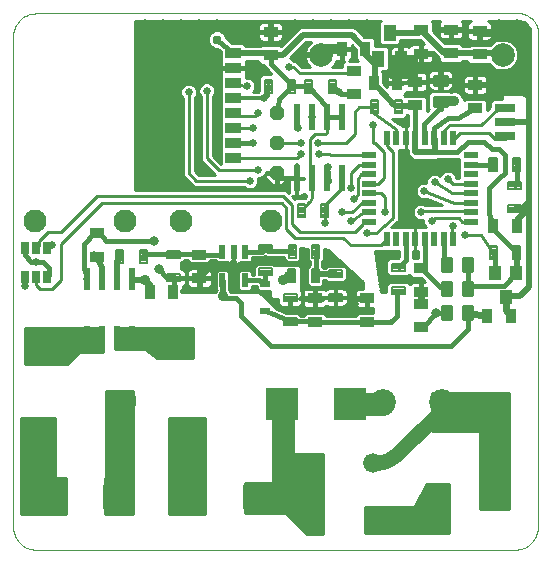
<source format=gbl>
G75*
%MOIN*%
%OFA0B0*%
%FSLAX24Y24*%
%IPPOS*%
%LPD*%
%AMOC8*
5,1,8,0,0,1.08239X$1,22.5*
%
%ADD10C,0.0000*%
%ADD11R,0.0400X0.0450*%
%ADD12R,0.0220X0.0780*%
%ADD13C,0.0079*%
%ADD14R,0.0512X0.0355*%
%ADD15R,0.0355X0.0512*%
%ADD16C,0.0787*%
%ADD17C,0.0860*%
%ADD18R,0.0220X0.0500*%
%ADD19R,0.0669X0.0276*%
%ADD20R,0.0394X0.0551*%
%ADD21R,0.0210X0.0500*%
%ADD22R,0.0500X0.0210*%
%ADD23R,0.0551X0.0354*%
%ADD24C,0.0660*%
%ADD25C,0.0700*%
%ADD26R,0.0327X0.0248*%
%ADD27R,0.0276X0.0394*%
%ADD28C,0.0768*%
%ADD29C,0.0100*%
%ADD30OC8,0.0480*%
%ADD31R,0.0800X0.0800*%
%ADD32C,0.0800*%
%ADD33R,0.0236X0.0866*%
%ADD34R,0.1102X0.1102*%
%ADD35C,0.0160*%
%ADD36C,0.0200*%
%ADD37C,0.0310*%
%ADD38C,0.0250*%
%ADD39C,0.0240*%
%ADD40C,0.0320*%
%ADD41C,0.0120*%
%ADD42C,0.0760*%
%ADD43C,0.0500*%
%ADD44C,0.0356*%
%ADD45C,0.0317*%
D10*
X003485Y000850D02*
X003485Y017220D01*
X003487Y017274D01*
X003493Y017327D01*
X003502Y017379D01*
X003515Y017431D01*
X003532Y017482D01*
X003553Y017532D01*
X003577Y017579D01*
X003604Y017625D01*
X003635Y017669D01*
X003668Y017711D01*
X003705Y017750D01*
X003744Y017787D01*
X003786Y017820D01*
X003830Y017851D01*
X003876Y017878D01*
X003923Y017902D01*
X003973Y017923D01*
X004024Y017940D01*
X004076Y017953D01*
X004128Y017962D01*
X004181Y017968D01*
X004235Y017970D01*
X020227Y017970D01*
X020276Y017976D01*
X020325Y017978D01*
X020374Y017976D01*
X020423Y017971D01*
X020471Y017962D01*
X020519Y017949D01*
X020566Y017933D01*
X020611Y017914D01*
X020654Y017891D01*
X020696Y017865D01*
X020736Y017836D01*
X020773Y017804D01*
X020808Y017769D01*
X020840Y017732D01*
X020870Y017692D01*
X020896Y017651D01*
X020919Y017607D01*
X020939Y017562D01*
X020955Y017516D01*
X020968Y017468D01*
X020977Y017420D01*
X020977Y000850D01*
X020975Y000796D01*
X020969Y000743D01*
X020960Y000691D01*
X020947Y000639D01*
X020930Y000588D01*
X020909Y000538D01*
X020885Y000491D01*
X020858Y000445D01*
X020827Y000401D01*
X020794Y000359D01*
X020757Y000320D01*
X020718Y000283D01*
X020676Y000250D01*
X020632Y000219D01*
X020586Y000192D01*
X020539Y000168D01*
X020489Y000147D01*
X020438Y000130D01*
X020386Y000117D01*
X020334Y000108D01*
X020281Y000102D01*
X020227Y000100D01*
X004235Y000100D01*
X004181Y000102D01*
X004128Y000108D01*
X004076Y000117D01*
X004024Y000130D01*
X003973Y000147D01*
X003923Y000168D01*
X003876Y000192D01*
X003830Y000219D01*
X003786Y000250D01*
X003744Y000283D01*
X003705Y000320D01*
X003668Y000359D01*
X003635Y000401D01*
X003604Y000445D01*
X003577Y000491D01*
X003553Y000538D01*
X003532Y000588D01*
X003515Y000639D01*
X003502Y000691D01*
X003493Y000743D01*
X003487Y000796D01*
X003485Y000850D01*
D11*
X019555Y009310D03*
X020255Y009310D03*
X019905Y008510D03*
D12*
X007435Y009120D03*
X006935Y009120D03*
X006435Y009120D03*
X005935Y009120D03*
X005935Y007180D03*
X006435Y007180D03*
X006935Y007180D03*
X007435Y007180D03*
D13*
X009062Y009038D02*
X009062Y009274D01*
X009062Y009038D02*
X008628Y009038D01*
X008628Y009274D01*
X009062Y009274D01*
X009062Y009116D02*
X008628Y009116D01*
X008628Y009194D02*
X009062Y009194D01*
X009062Y009272D02*
X008628Y009272D01*
X007947Y009663D02*
X007711Y009663D01*
X007711Y010097D01*
X007947Y010097D01*
X007947Y009663D01*
X007947Y009741D02*
X007711Y009741D01*
X007711Y009819D02*
X007947Y009819D01*
X007947Y009897D02*
X007711Y009897D01*
X007711Y009975D02*
X007947Y009975D01*
X007947Y010053D02*
X007711Y010053D01*
X007159Y009663D02*
X006923Y009663D01*
X006923Y010097D01*
X007159Y010097D01*
X007159Y009663D01*
X007159Y009741D02*
X006923Y009741D01*
X006923Y009819D02*
X007159Y009819D01*
X007159Y009897D02*
X006923Y009897D01*
X006923Y009975D02*
X007159Y009975D01*
X007159Y010053D02*
X006923Y010053D01*
X009062Y010062D02*
X009062Y009826D01*
X008628Y009826D01*
X008628Y010062D01*
X009062Y010062D01*
X009062Y009904D02*
X008628Y009904D01*
X008628Y009982D02*
X009062Y009982D01*
X009062Y010060D02*
X008628Y010060D01*
X011668Y010026D02*
X011668Y010262D01*
X012102Y010262D01*
X012102Y010026D01*
X011668Y010026D01*
X011668Y010104D02*
X012102Y010104D01*
X012102Y010182D02*
X011668Y010182D01*
X011668Y010260D02*
X012102Y010260D01*
X012673Y009833D02*
X012909Y009833D01*
X012673Y009833D02*
X012673Y010267D01*
X012909Y010267D01*
X012909Y009833D01*
X012909Y009911D02*
X012673Y009911D01*
X012673Y009989D02*
X012909Y009989D01*
X012909Y010067D02*
X012673Y010067D01*
X012673Y010145D02*
X012909Y010145D01*
X012909Y010223D02*
X012673Y010223D01*
X013461Y009833D02*
X013697Y009833D01*
X013461Y009833D02*
X013461Y010267D01*
X013697Y010267D01*
X013697Y009833D01*
X013697Y009911D02*
X013461Y009911D01*
X013461Y009989D02*
X013697Y009989D01*
X013697Y010067D02*
X013461Y010067D01*
X013461Y010145D02*
X013697Y010145D01*
X013697Y010223D02*
X013461Y010223D01*
X013441Y009437D02*
X013677Y009437D01*
X013677Y009003D01*
X013441Y009003D01*
X013441Y009437D01*
X013441Y009081D02*
X013677Y009081D01*
X013677Y009159D02*
X013441Y009159D01*
X013441Y009237D02*
X013677Y009237D01*
X013677Y009315D02*
X013441Y009315D01*
X013441Y009393D02*
X013677Y009393D01*
X014452Y009412D02*
X014452Y009176D01*
X014018Y009176D01*
X014018Y009412D01*
X014452Y009412D01*
X014452Y009254D02*
X014018Y009254D01*
X014018Y009332D02*
X014452Y009332D01*
X014452Y009410D02*
X014018Y009410D01*
X014452Y008624D02*
X014452Y008388D01*
X014018Y008388D01*
X014018Y008624D01*
X014452Y008624D01*
X014452Y008466D02*
X014018Y008466D01*
X014018Y008544D02*
X014452Y008544D01*
X014452Y008622D02*
X014018Y008622D01*
X012889Y009437D02*
X012653Y009437D01*
X012889Y009437D02*
X012889Y009003D01*
X012653Y009003D01*
X012653Y009437D01*
X012653Y009081D02*
X012889Y009081D01*
X012889Y009159D02*
X012653Y009159D01*
X012653Y009237D02*
X012889Y009237D01*
X012889Y009315D02*
X012653Y009315D01*
X012653Y009393D02*
X012889Y009393D01*
X011668Y009474D02*
X011668Y009238D01*
X011668Y009474D02*
X012102Y009474D01*
X012102Y009238D01*
X011668Y009238D01*
X011668Y009316D02*
X012102Y009316D01*
X012102Y009394D02*
X011668Y009394D01*
X011668Y009472D02*
X012102Y009472D01*
X012498Y008612D02*
X012498Y008376D01*
X012498Y008612D02*
X012932Y008612D01*
X012932Y008376D01*
X012498Y008376D01*
X012498Y008454D02*
X012932Y008454D01*
X012932Y008532D02*
X012498Y008532D01*
X012498Y008610D02*
X012932Y008610D01*
X012498Y007824D02*
X012498Y007588D01*
X012498Y007824D02*
X012932Y007824D01*
X012932Y007588D01*
X012498Y007588D01*
X012498Y007666D02*
X012932Y007666D01*
X012932Y007744D02*
X012498Y007744D01*
X012498Y007822D02*
X012932Y007822D01*
X016118Y008608D02*
X016118Y008844D01*
X016552Y008844D01*
X016552Y008608D01*
X016118Y008608D01*
X016118Y008686D02*
X016552Y008686D01*
X016552Y008764D02*
X016118Y008764D01*
X016118Y008842D02*
X016552Y008842D01*
X016118Y009396D02*
X016118Y009632D01*
X016552Y009632D01*
X016552Y009396D01*
X016118Y009396D01*
X016118Y009474D02*
X016552Y009474D01*
X016552Y009552D02*
X016118Y009552D01*
X016118Y009630D02*
X016552Y009630D01*
X019373Y009783D02*
X019609Y009783D01*
X019373Y009783D02*
X019373Y010217D01*
X019609Y010217D01*
X019609Y009783D01*
X019609Y009861D02*
X019373Y009861D01*
X019373Y009939D02*
X019609Y009939D01*
X019609Y010017D02*
X019373Y010017D01*
X019373Y010095D02*
X019609Y010095D01*
X019609Y010173D02*
X019373Y010173D01*
X020161Y009783D02*
X020397Y009783D01*
X020161Y009783D02*
X020161Y010217D01*
X020397Y010217D01*
X020397Y009783D01*
X020397Y009861D02*
X020161Y009861D01*
X020161Y009939D02*
X020397Y009939D01*
X020397Y010017D02*
X020161Y010017D01*
X020161Y010095D02*
X020397Y010095D01*
X020397Y010173D02*
X020161Y010173D01*
X020422Y011338D02*
X020422Y011574D01*
X020422Y011338D02*
X019988Y011338D01*
X019988Y011574D01*
X020422Y011574D01*
X020422Y011416D02*
X019988Y011416D01*
X019988Y011494D02*
X020422Y011494D01*
X020422Y011572D02*
X019988Y011572D01*
X020422Y012126D02*
X020422Y012362D01*
X020422Y012126D02*
X019988Y012126D01*
X019988Y012362D01*
X020422Y012362D01*
X020422Y012204D02*
X019988Y012204D01*
X019988Y012282D02*
X020422Y012282D01*
X020422Y012360D02*
X019988Y012360D01*
X020151Y012703D02*
X020387Y012703D01*
X020151Y012703D02*
X020151Y013137D01*
X020387Y013137D01*
X020387Y012703D01*
X020387Y012781D02*
X020151Y012781D01*
X020151Y012859D02*
X020387Y012859D01*
X020387Y012937D02*
X020151Y012937D01*
X020151Y013015D02*
X020387Y013015D01*
X020387Y013093D02*
X020151Y013093D01*
X019599Y012703D02*
X019363Y012703D01*
X019363Y013137D01*
X019599Y013137D01*
X019599Y012703D01*
X019599Y012781D02*
X019363Y012781D01*
X019363Y012859D02*
X019599Y012859D01*
X019599Y012937D02*
X019363Y012937D01*
X019363Y013015D02*
X019599Y013015D01*
X019599Y013093D02*
X019363Y013093D01*
X016437Y015087D02*
X016201Y015087D01*
X016437Y015087D02*
X016437Y014653D01*
X016201Y014653D01*
X016201Y015087D01*
X016201Y014731D02*
X016437Y014731D01*
X016437Y014809D02*
X016201Y014809D01*
X016201Y014887D02*
X016437Y014887D01*
X016437Y014965D02*
X016201Y014965D01*
X016201Y015043D02*
X016437Y015043D01*
X015649Y015087D02*
X015413Y015087D01*
X015649Y015087D02*
X015649Y014653D01*
X015413Y014653D01*
X015413Y015087D01*
X015413Y014731D02*
X015649Y014731D01*
X015649Y014809D02*
X015413Y014809D01*
X015413Y014887D02*
X015649Y014887D01*
X015649Y014965D02*
X015413Y014965D01*
X015413Y015043D02*
X015649Y015043D01*
X014237Y015313D02*
X014001Y015313D01*
X014001Y015747D01*
X014237Y015747D01*
X014237Y015313D01*
X014237Y015391D02*
X014001Y015391D01*
X014001Y015469D02*
X014237Y015469D01*
X014237Y015547D02*
X014001Y015547D01*
X014001Y015625D02*
X014237Y015625D01*
X014237Y015703D02*
X014001Y015703D01*
X013449Y015313D02*
X013213Y015313D01*
X013213Y015747D01*
X013449Y015747D01*
X013449Y015313D01*
X013449Y015391D02*
X013213Y015391D01*
X013213Y015469D02*
X013449Y015469D01*
X013449Y015547D02*
X013213Y015547D01*
X013213Y015625D02*
X013449Y015625D01*
X013449Y015703D02*
X013213Y015703D01*
X012897Y015333D02*
X012661Y015333D01*
X012661Y015767D01*
X012897Y015767D01*
X012897Y015333D01*
X012897Y015411D02*
X012661Y015411D01*
X012661Y015489D02*
X012897Y015489D01*
X012897Y015567D02*
X012661Y015567D01*
X012661Y015645D02*
X012897Y015645D01*
X012897Y015723D02*
X012661Y015723D01*
X012109Y015333D02*
X011873Y015333D01*
X011873Y015767D01*
X012109Y015767D01*
X012109Y015333D01*
X012109Y015411D02*
X011873Y015411D01*
X011873Y015489D02*
X012109Y015489D01*
X012109Y015567D02*
X011873Y015567D01*
X011873Y015645D02*
X012109Y015645D01*
X012109Y015723D02*
X011873Y015723D01*
X012973Y011617D02*
X013209Y011617D01*
X013209Y011183D01*
X012973Y011183D01*
X012973Y011617D01*
X012973Y011261D02*
X013209Y011261D01*
X013209Y011339D02*
X012973Y011339D01*
X012973Y011417D02*
X013209Y011417D01*
X013209Y011495D02*
X012973Y011495D01*
X012973Y011573D02*
X013209Y011573D01*
X013761Y011617D02*
X013997Y011617D01*
X013997Y011183D01*
X013761Y011183D01*
X013761Y011617D01*
X013761Y011261D02*
X013997Y011261D01*
X013997Y011339D02*
X013761Y011339D01*
X013761Y011417D02*
X013997Y011417D01*
X013997Y011495D02*
X013761Y011495D01*
X013761Y011573D02*
X013997Y011573D01*
D14*
X017085Y009482D03*
X017085Y008695D03*
X017085Y008294D03*
X017085Y007506D03*
X015285Y007686D03*
X015285Y008474D03*
X013545Y008474D03*
X013545Y007686D03*
X009695Y009146D03*
X009695Y009934D03*
X006285Y009856D03*
X006285Y010644D03*
X012065Y016576D03*
X012065Y017364D03*
X014855Y016064D03*
X014855Y015276D03*
X016885Y014906D03*
X016885Y015694D03*
X017085Y016636D03*
X017085Y017424D03*
X018075Y017434D03*
X018075Y016646D03*
X019035Y016606D03*
X019035Y017394D03*
X018885Y015594D03*
X018885Y014806D03*
D15*
X016289Y015660D03*
X015501Y015660D03*
X015229Y016780D03*
X014441Y016780D03*
X019491Y010900D03*
X020279Y010900D03*
X020079Y007900D03*
X019291Y007900D03*
X008829Y008700D03*
X008041Y008700D03*
D16*
X013753Y016587D03*
X019816Y016587D03*
D17*
X017769Y005013D03*
X015801Y005013D03*
D18*
X011215Y009070D03*
X010455Y009070D03*
X010455Y010030D03*
X010835Y010030D03*
X011215Y010030D03*
D19*
X019876Y013889D03*
X019876Y014361D03*
X019876Y014834D03*
D20*
X016409Y016467D03*
X015661Y016467D03*
X016035Y017333D03*
D21*
X015947Y013825D03*
X016262Y013825D03*
X016577Y013825D03*
X016892Y013825D03*
X017207Y013825D03*
X017522Y013825D03*
X017837Y013825D03*
X018152Y013825D03*
X018152Y010445D03*
X017837Y010445D03*
X017522Y010445D03*
X017207Y010445D03*
X016892Y010445D03*
X016577Y010445D03*
X016262Y010445D03*
X015947Y010445D03*
D22*
X015359Y011033D03*
X015359Y011348D03*
X015359Y011663D03*
X015359Y011978D03*
X015359Y012293D03*
X015359Y012608D03*
X015359Y012923D03*
X015359Y013238D03*
X018739Y013238D03*
X018739Y012923D03*
X018739Y012608D03*
X018739Y012293D03*
X018739Y011978D03*
X018739Y011663D03*
X018739Y011348D03*
X018739Y011033D03*
D23*
X010824Y013150D03*
X010824Y013650D03*
X010824Y014150D03*
X010824Y014650D03*
X010824Y015150D03*
X010824Y015650D03*
X010824Y016150D03*
X010824Y016650D03*
D24*
X013501Y003000D03*
X015469Y003000D03*
D25*
X015505Y001050D03*
X013505Y001050D03*
D26*
X011885Y008047D03*
X011885Y008953D03*
D27*
X004629Y009198D03*
X004255Y009198D03*
X003881Y009198D03*
X003881Y010142D03*
X004255Y010142D03*
X004629Y010142D03*
D28*
X004225Y011050D03*
X007225Y011050D03*
X009075Y011050D03*
X012075Y011050D03*
X009075Y007050D03*
X007225Y005050D03*
X009075Y004050D03*
X004225Y004050D03*
X004225Y007050D03*
D29*
X003885Y007094D02*
X006485Y007094D01*
X006485Y007192D02*
X003885Y007192D01*
X003885Y007291D02*
X006485Y007291D01*
X006485Y007389D02*
X003885Y007389D01*
X003885Y007488D02*
X006485Y007488D01*
X006485Y007500D02*
X003885Y007500D01*
X003885Y006300D01*
X005285Y006300D01*
X005685Y006700D01*
X006485Y006700D01*
X006485Y007500D01*
X006885Y007500D02*
X009485Y007500D01*
X009485Y006500D01*
X008285Y006500D01*
X007885Y006800D01*
X006885Y006800D01*
X006885Y007500D01*
X006885Y007488D02*
X009485Y007488D01*
X009485Y007389D02*
X006885Y007389D01*
X006885Y007291D02*
X009485Y007291D01*
X009485Y007192D02*
X006885Y007192D01*
X006885Y007094D02*
X009485Y007094D01*
X009485Y006995D02*
X006885Y006995D01*
X006885Y006897D02*
X009485Y006897D01*
X009485Y006798D02*
X007887Y006798D01*
X008019Y006700D02*
X009485Y006700D01*
X009485Y006601D02*
X008150Y006601D01*
X008281Y006503D02*
X009485Y006503D01*
X007485Y005400D02*
X007485Y001300D01*
X006535Y001300D01*
X006535Y002500D01*
X006585Y002500D01*
X006585Y005400D01*
X007485Y005400D01*
X007485Y005321D02*
X006585Y005321D01*
X006585Y005222D02*
X007485Y005222D01*
X007485Y005124D02*
X006585Y005124D01*
X006585Y005025D02*
X007485Y005025D01*
X007485Y004927D02*
X006585Y004927D01*
X006585Y004828D02*
X007485Y004828D01*
X007485Y004730D02*
X006585Y004730D01*
X006585Y004631D02*
X007485Y004631D01*
X007485Y004533D02*
X006585Y004533D01*
X006585Y004434D02*
X007485Y004434D01*
X007485Y004336D02*
X006585Y004336D01*
X006585Y004237D02*
X007485Y004237D01*
X007485Y004139D02*
X006585Y004139D01*
X006585Y004040D02*
X007485Y004040D01*
X007485Y003942D02*
X006585Y003942D01*
X006585Y003843D02*
X007485Y003843D01*
X007485Y003745D02*
X006585Y003745D01*
X006585Y003646D02*
X007485Y003646D01*
X007485Y003548D02*
X006585Y003548D01*
X006585Y003449D02*
X007485Y003449D01*
X007485Y003351D02*
X006585Y003351D01*
X006585Y003252D02*
X007485Y003252D01*
X007485Y003154D02*
X006585Y003154D01*
X006585Y003055D02*
X007485Y003055D01*
X007485Y002957D02*
X006585Y002957D01*
X006585Y002858D02*
X007485Y002858D01*
X007485Y002760D02*
X006585Y002760D01*
X006585Y002661D02*
X007485Y002661D01*
X007485Y002563D02*
X006585Y002563D01*
X006535Y002464D02*
X007485Y002464D01*
X007485Y002366D02*
X006535Y002366D01*
X006535Y002267D02*
X007485Y002267D01*
X007485Y002169D02*
X006535Y002169D01*
X006535Y002070D02*
X007485Y002070D01*
X007485Y001972D02*
X006535Y001972D01*
X006535Y001873D02*
X007485Y001873D01*
X007485Y001775D02*
X006535Y001775D01*
X006535Y001676D02*
X007485Y001676D01*
X007485Y001578D02*
X006535Y001578D01*
X006535Y001479D02*
X007485Y001479D01*
X007485Y001381D02*
X006535Y001381D01*
X005235Y001381D02*
X003735Y001381D01*
X003735Y001300D02*
X003735Y004500D01*
X004885Y004500D01*
X004885Y002500D01*
X005235Y002500D01*
X005235Y001300D01*
X003735Y001300D01*
X003735Y001479D02*
X005235Y001479D01*
X005235Y001578D02*
X003735Y001578D01*
X003735Y001676D02*
X005235Y001676D01*
X005235Y001775D02*
X003735Y001775D01*
X003735Y001873D02*
X005235Y001873D01*
X005235Y001972D02*
X003735Y001972D01*
X003735Y002070D02*
X005235Y002070D01*
X005235Y002169D02*
X003735Y002169D01*
X003735Y002267D02*
X005235Y002267D01*
X005235Y002366D02*
X003735Y002366D01*
X003735Y002464D02*
X005235Y002464D01*
X004885Y002563D02*
X003735Y002563D01*
X003735Y002661D02*
X004885Y002661D01*
X004885Y002760D02*
X003735Y002760D01*
X003735Y002858D02*
X004885Y002858D01*
X004885Y002957D02*
X003735Y002957D01*
X003735Y003055D02*
X004885Y003055D01*
X004885Y003154D02*
X003735Y003154D01*
X003735Y003252D02*
X004885Y003252D01*
X004885Y003351D02*
X003735Y003351D01*
X003735Y003449D02*
X004885Y003449D01*
X004885Y003548D02*
X003735Y003548D01*
X003735Y003646D02*
X004885Y003646D01*
X004885Y003745D02*
X003735Y003745D01*
X003735Y003843D02*
X004885Y003843D01*
X004885Y003942D02*
X003735Y003942D01*
X003735Y004040D02*
X004885Y004040D01*
X004885Y004139D02*
X003735Y004139D01*
X003735Y004237D02*
X004885Y004237D01*
X004885Y004336D02*
X003735Y004336D01*
X003735Y004434D02*
X004885Y004434D01*
X005290Y006306D02*
X003885Y006306D01*
X003885Y006404D02*
X005389Y006404D01*
X005487Y006503D02*
X003885Y006503D01*
X003885Y006601D02*
X005586Y006601D01*
X005684Y006700D02*
X003885Y006700D01*
X003885Y006798D02*
X006485Y006798D01*
X006485Y006897D02*
X003885Y006897D01*
X003885Y006995D02*
X006485Y006995D01*
X004785Y008800D02*
X004375Y008800D01*
X004255Y008920D01*
X004255Y009198D01*
X003881Y009198D02*
X003881Y008904D01*
X003885Y008900D01*
X004785Y008800D02*
X005085Y009100D01*
X005085Y010300D01*
X006435Y011650D01*
X012435Y011650D01*
X012585Y011500D01*
X012585Y010800D01*
X012885Y010500D01*
X014485Y010500D01*
X014735Y010250D01*
X015752Y010250D01*
X015947Y010445D01*
X015585Y010650D02*
X015285Y010650D01*
X015135Y010950D02*
X015135Y011050D01*
X015342Y011050D01*
X015359Y011033D01*
X015135Y010950D02*
X014885Y010700D01*
X013035Y010700D01*
X012785Y010950D01*
X012785Y011600D01*
X012485Y011900D01*
X006285Y011900D01*
X005085Y010700D01*
X004635Y010700D01*
X004335Y010400D01*
X004335Y010222D01*
X004255Y010142D01*
X004629Y010142D02*
X004677Y010142D01*
X004785Y010250D01*
X007535Y012100D02*
X007535Y017720D01*
X015737Y017720D01*
X015688Y017671D01*
X015688Y016995D01*
X015776Y016907D01*
X016294Y016907D01*
X016382Y016995D01*
X016382Y017083D01*
X017044Y017083D01*
X017064Y017091D01*
X017191Y016964D01*
X017124Y016964D01*
X017124Y016675D01*
X017480Y016675D01*
X017650Y016505D01*
X017650Y016505D01*
X017669Y016486D01*
X017669Y016407D01*
X017757Y016319D01*
X018393Y016319D01*
X018470Y016396D01*
X018629Y016396D01*
X018629Y016367D01*
X018717Y016279D01*
X019353Y016279D01*
X019355Y016281D01*
X019355Y016279D01*
X019508Y016126D01*
X019708Y016044D01*
X019777Y016044D01*
X019777Y015121D01*
X019479Y015121D01*
X019392Y015033D01*
X019392Y014840D01*
X019291Y014739D01*
X019291Y015046D01*
X019203Y015134D01*
X018567Y015134D01*
X018513Y015080D01*
X018513Y015115D01*
X018463Y015236D01*
X018371Y015328D01*
X018250Y015378D01*
X018120Y015378D01*
X018081Y015362D01*
X018043Y015400D01*
X017427Y015400D01*
X017310Y015283D01*
X017310Y014817D01*
X017343Y014784D01*
X017291Y014731D01*
X017291Y015146D01*
X017203Y015234D01*
X016567Y015234D01*
X016562Y015229D01*
X016526Y015265D01*
X016558Y015284D01*
X016586Y015312D01*
X016606Y015346D01*
X016611Y015366D01*
X016846Y015366D01*
X016846Y015655D01*
X016479Y015655D01*
X016479Y015621D01*
X016327Y015621D01*
X016327Y015699D01*
X016250Y015699D01*
X016250Y016041D01*
X016327Y016041D01*
X016327Y015699D01*
X016616Y015699D01*
X016616Y015732D01*
X016846Y015732D01*
X016846Y015655D01*
X016924Y015655D01*
X016924Y015732D01*
X017291Y015732D01*
X017291Y015891D01*
X017281Y015929D01*
X017261Y015963D01*
X017233Y015991D01*
X017199Y016011D01*
X017160Y016021D01*
X016924Y016021D01*
X016924Y015732D01*
X016846Y015732D01*
X016846Y016021D01*
X016609Y016021D01*
X016581Y016014D01*
X016558Y016036D01*
X016549Y016041D01*
X016625Y016041D01*
X016664Y016052D01*
X016698Y016071D01*
X016726Y016099D01*
X016745Y016133D01*
X016756Y016172D01*
X016756Y016328D01*
X016771Y016319D01*
X016809Y016309D01*
X017046Y016309D01*
X017046Y016598D01*
X017124Y016598D01*
X017124Y016675D01*
X017046Y016675D01*
X017046Y016964D01*
X016809Y016964D01*
X016771Y016954D01*
X016737Y016934D01*
X016709Y016906D01*
X016689Y016872D01*
X016688Y016868D01*
X016664Y016882D01*
X016625Y016893D01*
X016457Y016893D01*
X016457Y016515D01*
X016360Y016515D01*
X016360Y016419D01*
X016062Y016419D01*
X016062Y016172D01*
X016072Y016133D01*
X016092Y016099D01*
X016120Y016071D01*
X016129Y016066D01*
X016091Y016066D01*
X016053Y016056D01*
X016019Y016036D01*
X015991Y016008D01*
X015971Y015974D01*
X015961Y015936D01*
X015961Y015699D01*
X016250Y015699D01*
X016250Y015621D01*
X015961Y015621D01*
X015961Y015521D01*
X015829Y015669D01*
X015829Y015978D01*
X015785Y016022D01*
X015785Y016041D01*
X015920Y016041D01*
X016008Y016129D01*
X016008Y016805D01*
X015920Y016893D01*
X015556Y016893D01*
X015556Y017098D01*
X015468Y017186D01*
X015186Y017186D01*
X015004Y017394D01*
X015000Y017402D01*
X014971Y017431D01*
X014944Y017462D01*
X014936Y017466D01*
X014930Y017472D01*
X014892Y017488D01*
X014855Y017506D01*
X014846Y017507D01*
X014838Y017510D01*
X014797Y017510D01*
X014756Y017513D01*
X014747Y017510D01*
X013095Y017510D01*
X013003Y017472D01*
X012409Y016878D01*
X012383Y016904D01*
X011747Y016904D01*
X011743Y016900D01*
X011239Y016900D01*
X011162Y016977D01*
X010791Y016977D01*
X010590Y017145D01*
X010590Y017161D01*
X010543Y017273D01*
X010458Y017359D01*
X010346Y017405D01*
X010224Y017405D01*
X010112Y017359D01*
X010026Y017273D01*
X009980Y017161D01*
X009980Y017039D01*
X010026Y016927D01*
X010112Y016841D01*
X010224Y016795D01*
X010291Y016795D01*
X010399Y016705D01*
X010399Y016410D01*
X010415Y016395D01*
X010409Y016385D01*
X010399Y016347D01*
X010399Y016188D01*
X010786Y016188D01*
X010786Y016111D01*
X010399Y016111D01*
X010399Y015953D01*
X010409Y015915D01*
X010415Y015905D01*
X010399Y015889D01*
X010399Y015410D01*
X010409Y015400D01*
X010399Y015389D01*
X010399Y014910D01*
X010409Y014900D01*
X010399Y014889D01*
X010399Y014410D01*
X010409Y014400D01*
X010399Y014389D01*
X010399Y013910D01*
X010409Y013900D01*
X010399Y013889D01*
X010399Y013410D01*
X010409Y013400D01*
X010399Y013389D01*
X010399Y012969D01*
X010135Y013233D01*
X010135Y015211D01*
X010168Y015244D01*
X010210Y015345D01*
X010210Y015455D01*
X010168Y015556D01*
X010091Y015633D01*
X009990Y015675D01*
X009880Y015675D01*
X009779Y015633D01*
X009702Y015556D01*
X009660Y015455D01*
X009660Y015345D01*
X009702Y015244D01*
X009735Y015211D01*
X009735Y013067D01*
X009852Y012950D01*
X010202Y012600D01*
X009668Y012600D01*
X009535Y012733D01*
X009535Y015161D01*
X009568Y015194D01*
X009610Y015295D01*
X009610Y015405D01*
X009568Y015506D01*
X009491Y015583D01*
X009390Y015625D01*
X009280Y015625D01*
X009179Y015583D01*
X009102Y015506D01*
X009060Y015405D01*
X009060Y015295D01*
X009102Y015194D01*
X009135Y015161D01*
X009135Y012567D01*
X009502Y012200D01*
X011196Y012200D01*
X011229Y012167D01*
X011330Y012125D01*
X011440Y012125D01*
X011541Y012167D01*
X011618Y012244D01*
X011660Y012345D01*
X011660Y012455D01*
X011651Y012475D01*
X011690Y012475D01*
X011791Y012517D01*
X011868Y012594D01*
X011904Y012680D01*
X012255Y012680D01*
X012255Y012620D01*
X012315Y012620D01*
X012315Y012260D01*
X012446Y012260D01*
X012672Y012485D01*
X012926Y012485D01*
X012926Y012467D01*
X012944Y012467D01*
X012944Y011893D01*
X013073Y011893D01*
X013111Y011904D01*
X013145Y011923D01*
X013173Y011951D01*
X013182Y011966D01*
X013235Y011913D01*
X013235Y011847D01*
X013234Y011837D01*
X013226Y011819D01*
X013220Y011812D01*
X013214Y011806D01*
X012895Y011806D01*
X012878Y011789D01*
X012766Y011902D01*
X012797Y011893D01*
X012926Y011893D01*
X012926Y012467D01*
X012667Y012467D01*
X012667Y012024D01*
X012675Y011993D01*
X012568Y012100D01*
X007535Y012100D01*
X007535Y012117D02*
X012667Y012117D01*
X012668Y012019D02*
X012649Y012019D01*
X012667Y012216D02*
X011589Y012216D01*
X011647Y012314D02*
X012069Y012314D01*
X012123Y012260D02*
X012255Y012260D01*
X012255Y012620D01*
X011895Y012620D01*
X011895Y012488D01*
X012123Y012260D01*
X012255Y012314D02*
X012315Y012314D01*
X012315Y012413D02*
X012255Y012413D01*
X012255Y012511D02*
X012315Y012511D01*
X012315Y012610D02*
X012255Y012610D01*
X011971Y012413D02*
X011660Y012413D01*
X011777Y012511D02*
X011895Y012511D01*
X011895Y012610D02*
X011874Y012610D01*
X011635Y012750D02*
X010335Y012750D01*
X009935Y013150D01*
X009935Y015400D01*
X010178Y015269D02*
X010399Y015269D01*
X010399Y015171D02*
X010135Y015171D01*
X010135Y015072D02*
X010399Y015072D01*
X010399Y014974D02*
X010135Y014974D01*
X010135Y014875D02*
X010399Y014875D01*
X010399Y014777D02*
X010135Y014777D01*
X010135Y014678D02*
X010399Y014678D01*
X010399Y014580D02*
X010135Y014580D01*
X010135Y014481D02*
X010399Y014481D01*
X010399Y014383D02*
X010135Y014383D01*
X010135Y014284D02*
X010399Y014284D01*
X010399Y014186D02*
X010135Y014186D01*
X010135Y014087D02*
X010399Y014087D01*
X010399Y013989D02*
X010135Y013989D01*
X010135Y013890D02*
X010400Y013890D01*
X010399Y013792D02*
X010135Y013792D01*
X010135Y013693D02*
X010399Y013693D01*
X010399Y013595D02*
X010135Y013595D01*
X010135Y013496D02*
X010399Y013496D01*
X010407Y013398D02*
X010135Y013398D01*
X010135Y013299D02*
X010399Y013299D01*
X010399Y013201D02*
X010167Y013201D01*
X010266Y013102D02*
X010399Y013102D01*
X010399Y013004D02*
X010364Y013004D01*
X009995Y012807D02*
X009535Y012807D01*
X009535Y012905D02*
X009897Y012905D01*
X009798Y013004D02*
X009535Y013004D01*
X009535Y013102D02*
X009735Y013102D01*
X009735Y013201D02*
X009535Y013201D01*
X009535Y013299D02*
X009735Y013299D01*
X009735Y013398D02*
X009535Y013398D01*
X009535Y013496D02*
X009735Y013496D01*
X009735Y013595D02*
X009535Y013595D01*
X009535Y013693D02*
X009735Y013693D01*
X009735Y013792D02*
X009535Y013792D01*
X009535Y013890D02*
X009735Y013890D01*
X009735Y013989D02*
X009535Y013989D01*
X009535Y014087D02*
X009735Y014087D01*
X009735Y014186D02*
X009535Y014186D01*
X009535Y014284D02*
X009735Y014284D01*
X009735Y014383D02*
X009535Y014383D01*
X009535Y014481D02*
X009735Y014481D01*
X009735Y014580D02*
X009535Y014580D01*
X009535Y014678D02*
X009735Y014678D01*
X009735Y014777D02*
X009535Y014777D01*
X009535Y014875D02*
X009735Y014875D01*
X009735Y014974D02*
X009535Y014974D01*
X009535Y015072D02*
X009735Y015072D01*
X009735Y015171D02*
X009544Y015171D01*
X009599Y015269D02*
X009691Y015269D01*
X009660Y015368D02*
X009610Y015368D01*
X009584Y015466D02*
X009665Y015466D01*
X009710Y015565D02*
X009509Y015565D01*
X009335Y015350D02*
X009335Y012650D01*
X009585Y012400D01*
X011385Y012400D01*
X010824Y013150D02*
X012935Y013150D01*
X013085Y013300D01*
X013085Y013650D02*
X012285Y013650D01*
X012935Y014200D02*
X012985Y014150D01*
X012935Y014200D02*
X012935Y014524D01*
X013435Y014524D02*
X013435Y014350D01*
X013485Y014300D01*
X013458Y014524D02*
X013435Y014524D01*
X013935Y014524D02*
X013935Y014000D01*
X013885Y013950D01*
X013535Y013950D01*
X013385Y013800D01*
X013385Y012900D01*
X013435Y012850D01*
X013435Y012476D01*
X013435Y011847D01*
X013362Y011670D02*
X013091Y011400D01*
X013227Y011822D02*
X012846Y011822D01*
X012926Y011920D02*
X012944Y011920D01*
X012944Y012019D02*
X012926Y012019D01*
X012926Y012117D02*
X012944Y012117D01*
X012944Y012216D02*
X012926Y012216D01*
X012926Y012314D02*
X012944Y012314D01*
X012944Y012413D02*
X012926Y012413D01*
X012944Y012467D02*
X012944Y012485D01*
X013167Y012485D01*
X013167Y012467D01*
X012944Y012467D01*
X012944Y012485D02*
X012944Y012950D01*
X012926Y012950D01*
X012926Y012485D01*
X012944Y012485D01*
X012944Y012511D02*
X012926Y012511D01*
X012926Y012610D02*
X012944Y012610D01*
X012944Y012708D02*
X012926Y012708D01*
X012926Y012807D02*
X012944Y012807D01*
X012944Y012905D02*
X012926Y012905D01*
X012667Y012413D02*
X012599Y012413D01*
X012667Y012314D02*
X012500Y012314D01*
X013139Y011920D02*
X013228Y011920D01*
X013435Y011847D02*
X013433Y011819D01*
X013429Y011791D01*
X013421Y011764D01*
X013410Y011739D01*
X013397Y011714D01*
X013380Y011691D01*
X013362Y011670D01*
X013879Y011594D02*
X013879Y011400D01*
X013885Y011394D01*
X013885Y011000D01*
X013879Y011594D02*
X014435Y012150D01*
X014435Y012476D01*
X014735Y012650D02*
X014745Y012150D01*
X014985Y011950D02*
X014835Y011800D01*
X014985Y011950D02*
X014985Y012450D01*
X015093Y012608D01*
X015359Y012608D01*
X015359Y012923D02*
X015008Y012923D01*
X014735Y012650D01*
X015359Y012293D02*
X015367Y012300D01*
X015635Y012300D01*
X015835Y012500D01*
X015835Y013350D01*
X015539Y013646D01*
X015489Y013646D01*
X015485Y014250D01*
X015481Y013646D01*
X015359Y013238D02*
X014073Y013238D01*
X014010Y013300D01*
X013685Y013300D01*
X013635Y013650D02*
X014585Y013650D01*
X014885Y013950D01*
X014885Y014700D01*
X015029Y014844D01*
X015385Y014844D01*
X015531Y014870D01*
X015435Y014856D01*
X015435Y014700D01*
X016262Y014123D01*
X016262Y013825D01*
X015947Y013825D02*
X015947Y013538D01*
X016135Y013350D01*
X016135Y011150D01*
X015585Y010650D01*
X016097Y010845D02*
X016212Y010950D01*
X016218Y010950D01*
X016273Y011005D01*
X016331Y011058D01*
X016331Y011063D01*
X016335Y011067D01*
X016335Y011145D01*
X016339Y011223D01*
X016335Y011227D01*
X016335Y013425D01*
X016429Y013425D01*
X016434Y013430D01*
X016452Y013425D01*
X016575Y013425D01*
X016575Y013823D01*
X016580Y013823D01*
X016580Y013425D01*
X016642Y013425D01*
X016642Y013417D01*
X016635Y013400D01*
X016635Y013300D01*
X016673Y013208D01*
X016743Y013138D01*
X016835Y013100D01*
X017585Y013100D01*
X017633Y013120D01*
X018339Y013120D01*
X018339Y012493D01*
X018260Y012493D01*
X018260Y012505D01*
X018218Y012606D01*
X018141Y012683D01*
X018040Y012725D01*
X017930Y012725D01*
X017829Y012683D01*
X017752Y012606D01*
X017727Y012547D01*
X017691Y012583D01*
X017590Y012625D01*
X017480Y012625D01*
X017379Y012583D01*
X017302Y012506D01*
X017260Y012405D01*
X017260Y012317D01*
X017240Y012325D01*
X017130Y012325D01*
X017029Y012283D01*
X016952Y012206D01*
X016910Y012105D01*
X016910Y011995D01*
X016952Y011894D01*
X017029Y011817D01*
X017130Y011775D01*
X017240Y011775D01*
X017288Y011795D01*
X017790Y011598D01*
X017205Y011598D01*
X017140Y011625D01*
X017030Y011625D01*
X016929Y011583D01*
X016852Y011506D01*
X016810Y011405D01*
X016810Y011295D01*
X016852Y011194D01*
X016929Y011117D01*
X017030Y011075D01*
X017140Y011075D01*
X017160Y011083D01*
X017160Y010995D01*
X017202Y010894D01*
X017251Y010845D01*
X017040Y010845D01*
X017035Y010840D01*
X017017Y010845D01*
X016895Y010845D01*
X016895Y010448D01*
X016890Y010448D01*
X016890Y010845D01*
X016767Y010845D01*
X016749Y010840D01*
X016744Y010845D01*
X016097Y010845D01*
X016196Y010935D02*
X017185Y010935D01*
X017160Y011034D02*
X016304Y011034D01*
X016335Y011132D02*
X016914Y011132D01*
X016837Y011231D02*
X016335Y011231D01*
X016335Y011329D02*
X016810Y011329D01*
X016819Y011428D02*
X016335Y011428D01*
X016335Y011526D02*
X016872Y011526D01*
X017029Y011625D02*
X016335Y011625D01*
X016335Y011723D02*
X017471Y011723D01*
X017722Y011625D02*
X017141Y011625D01*
X017133Y011398D02*
X017085Y011350D01*
X017133Y011398D02*
X018533Y011398D01*
X018739Y011663D02*
X018172Y011663D01*
X017185Y012050D01*
X017104Y012314D02*
X016335Y012314D01*
X016335Y012216D02*
X016961Y012216D01*
X016915Y012117D02*
X016335Y012117D01*
X016335Y012019D02*
X016910Y012019D01*
X016941Y011920D02*
X016335Y011920D01*
X016335Y011822D02*
X017024Y011822D01*
X017535Y012350D02*
X018107Y011978D01*
X018739Y011978D01*
X018739Y012293D02*
X018142Y012293D01*
X017985Y012450D01*
X018081Y012708D02*
X018339Y012708D01*
X018339Y012610D02*
X018214Y012610D01*
X018257Y012511D02*
X018339Y012511D01*
X018339Y012807D02*
X016335Y012807D01*
X016335Y012905D02*
X018339Y012905D01*
X018339Y013004D02*
X016335Y013004D01*
X016335Y013102D02*
X016830Y013102D01*
X016681Y013201D02*
X016335Y013201D01*
X016335Y013299D02*
X016635Y013299D01*
X016635Y013398D02*
X016335Y013398D01*
X016575Y013496D02*
X016580Y013496D01*
X016575Y013595D02*
X016580Y013595D01*
X016575Y013693D02*
X016580Y013693D01*
X016575Y013792D02*
X016580Y013792D01*
X016580Y013828D02*
X016575Y013828D01*
X016575Y014225D01*
X016452Y014225D01*
X016447Y014224D01*
X016444Y014239D01*
X016391Y014277D01*
X016345Y014323D01*
X016325Y014323D01*
X016122Y014464D01*
X016515Y014464D01*
X016626Y014575D01*
X016626Y014579D01*
X016661Y014579D01*
X016662Y014511D01*
X016662Y014225D01*
X016580Y014225D01*
X016580Y013828D01*
X016575Y013890D02*
X016580Y013890D01*
X016575Y013989D02*
X016580Y013989D01*
X016575Y014087D02*
X016580Y014087D01*
X016575Y014186D02*
X016580Y014186D01*
X016662Y014284D02*
X016384Y014284D01*
X016239Y014383D02*
X016662Y014383D01*
X016662Y014481D02*
X016532Y014481D01*
X017291Y014777D02*
X017336Y014777D01*
X017310Y014875D02*
X017291Y014875D01*
X017291Y014974D02*
X017310Y014974D01*
X017310Y015072D02*
X017291Y015072D01*
X017310Y015171D02*
X017266Y015171D01*
X017310Y015269D02*
X016532Y015269D01*
X016846Y015368D02*
X016924Y015368D01*
X016924Y015366D02*
X017160Y015366D01*
X017199Y015376D01*
X017233Y015396D01*
X017261Y015424D01*
X017281Y015458D01*
X017291Y015496D01*
X017291Y015655D01*
X016924Y015655D01*
X016924Y015366D01*
X016924Y015466D02*
X016846Y015466D01*
X016846Y015565D02*
X016924Y015565D01*
X016924Y015663D02*
X017310Y015663D01*
X017310Y015700D02*
X017310Y015574D01*
X017323Y015523D01*
X017350Y015477D01*
X017387Y015440D01*
X017433Y015414D01*
X017484Y015400D01*
X017685Y015400D01*
X017685Y015700D01*
X017785Y015700D01*
X017785Y015800D01*
X018160Y015800D01*
X018160Y015926D01*
X018146Y015977D01*
X018120Y016023D01*
X018083Y016060D01*
X018037Y016086D01*
X017986Y016100D01*
X017785Y016100D01*
X017785Y015800D01*
X017685Y015800D01*
X017685Y016100D01*
X017484Y016100D01*
X017433Y016086D01*
X017387Y016060D01*
X017350Y016023D01*
X017323Y015977D01*
X017310Y015926D01*
X017310Y015800D01*
X017685Y015800D01*
X017685Y015700D01*
X017310Y015700D01*
X017291Y015762D02*
X017685Y015762D01*
X017510Y015900D02*
X017510Y015600D01*
X017510Y015900D02*
X017960Y015900D01*
X017960Y015600D01*
X017510Y015600D01*
X017510Y015699D02*
X017960Y015699D01*
X017960Y015798D02*
X017510Y015798D01*
X017510Y015897D02*
X017960Y015897D01*
X017785Y015860D02*
X017685Y015860D01*
X017685Y015959D02*
X017785Y015959D01*
X017785Y016057D02*
X017685Y016057D01*
X017723Y016353D02*
X017447Y016353D01*
X017433Y016339D02*
X017461Y016367D01*
X017481Y016401D01*
X017491Y016439D01*
X017491Y016598D01*
X017124Y016598D01*
X017124Y016309D01*
X017360Y016309D01*
X017399Y016319D01*
X017433Y016339D01*
X017491Y016451D02*
X017669Y016451D01*
X017605Y016550D02*
X017491Y016550D01*
X017507Y016648D02*
X017124Y016648D01*
X017124Y016550D02*
X017046Y016550D01*
X017046Y016451D02*
X017124Y016451D01*
X017124Y016353D02*
X017046Y016353D01*
X016756Y016254D02*
X019381Y016254D01*
X019479Y016156D02*
X016751Y016156D01*
X016673Y016057D02*
X017384Y016057D01*
X017318Y015959D02*
X017264Y015959D01*
X017291Y015860D02*
X017310Y015860D01*
X017685Y015663D02*
X017785Y015663D01*
X017785Y015700D02*
X017785Y015400D01*
X017986Y015400D01*
X018037Y015414D01*
X018083Y015440D01*
X018120Y015477D01*
X018146Y015523D01*
X018160Y015574D01*
X018160Y015700D01*
X017785Y015700D01*
X017785Y015762D02*
X018479Y015762D01*
X018479Y015791D02*
X018479Y015632D01*
X018846Y015632D01*
X018846Y015555D01*
X018479Y015555D01*
X018479Y015396D01*
X018489Y015358D01*
X018509Y015324D01*
X018537Y015296D01*
X018571Y015276D01*
X018609Y015266D01*
X018846Y015266D01*
X018846Y015555D01*
X018924Y015555D01*
X018924Y015632D01*
X019291Y015632D01*
X019291Y015791D01*
X019281Y015829D01*
X019261Y015863D01*
X019233Y015891D01*
X019199Y015911D01*
X019160Y015921D01*
X018924Y015921D01*
X018924Y015632D01*
X018846Y015632D01*
X018846Y015921D01*
X018609Y015921D01*
X018571Y015911D01*
X018537Y015891D01*
X018509Y015863D01*
X018489Y015829D01*
X018479Y015791D01*
X018507Y015860D02*
X018160Y015860D01*
X018151Y015959D02*
X019777Y015959D01*
X019685Y015959D02*
X020727Y015959D01*
X020727Y016057D02*
X019685Y016057D01*
X019676Y016057D02*
X018086Y016057D01*
X018160Y015663D02*
X018479Y015663D01*
X018479Y015466D02*
X018109Y015466D01*
X018094Y015368D02*
X018075Y015368D01*
X018276Y015368D02*
X018487Y015368D01*
X018430Y015269D02*
X018599Y015269D01*
X018490Y015171D02*
X019777Y015171D01*
X019777Y015269D02*
X019171Y015269D01*
X019160Y015266D02*
X019199Y015276D01*
X019233Y015296D01*
X019261Y015324D01*
X019281Y015358D01*
X019291Y015396D01*
X019291Y015555D01*
X018924Y015555D01*
X018924Y015266D01*
X019160Y015266D01*
X019283Y015368D02*
X019777Y015368D01*
X019685Y015368D02*
X020727Y015368D01*
X020727Y015300D02*
X019685Y015300D01*
X019685Y016097D01*
X019716Y016084D01*
X019917Y016084D01*
X020102Y016160D01*
X020243Y016302D01*
X020320Y016487D01*
X020320Y016688D01*
X020243Y016873D01*
X020102Y017014D01*
X019917Y017091D01*
X019716Y017091D01*
X019685Y017078D01*
X019685Y017720D01*
X020197Y017720D01*
X020216Y017715D01*
X020246Y017720D01*
X020277Y017720D01*
X020287Y017724D01*
X020345Y017727D01*
X020499Y017690D01*
X020628Y017595D01*
X020710Y017459D01*
X020727Y017393D01*
X020727Y015300D01*
X020727Y015466D02*
X019685Y015466D01*
X019777Y015466D02*
X019291Y015466D01*
X019291Y015663D02*
X019777Y015663D01*
X019685Y015663D02*
X020727Y015663D01*
X020727Y015565D02*
X019685Y015565D01*
X019777Y015565D02*
X018924Y015565D01*
X018846Y015565D02*
X018157Y015565D01*
X017785Y015565D02*
X017685Y015565D01*
X017685Y015466D02*
X017785Y015466D01*
X017395Y015368D02*
X017165Y015368D01*
X017283Y015466D02*
X017361Y015466D01*
X017312Y015565D02*
X017291Y015565D01*
X016924Y015762D02*
X016846Y015762D01*
X016846Y015860D02*
X016924Y015860D01*
X016924Y015959D02*
X016846Y015959D01*
X016846Y015663D02*
X016327Y015663D01*
X016250Y015663D02*
X015834Y015663D01*
X015829Y015762D02*
X015961Y015762D01*
X015961Y015860D02*
X015829Y015860D01*
X015829Y015959D02*
X015967Y015959D01*
X015936Y016057D02*
X016058Y016057D01*
X016066Y016156D02*
X016008Y016156D01*
X016008Y016254D02*
X016062Y016254D01*
X016062Y016353D02*
X016008Y016353D01*
X016008Y016451D02*
X016360Y016451D01*
X016360Y016515D02*
X016062Y016515D01*
X016062Y016762D01*
X016072Y016800D01*
X016092Y016835D01*
X016120Y016863D01*
X016154Y016882D01*
X016192Y016893D01*
X016360Y016893D01*
X016360Y016515D01*
X016360Y016550D02*
X016457Y016550D01*
X016457Y016648D02*
X016360Y016648D01*
X016360Y016747D02*
X016457Y016747D01*
X016457Y016845D02*
X016360Y016845D01*
X016330Y016944D02*
X016754Y016944D01*
X017046Y016944D02*
X017124Y016944D01*
X017113Y017042D02*
X016382Y017042D01*
X016102Y016845D02*
X015967Y016845D01*
X016008Y016747D02*
X016062Y016747D01*
X016062Y016648D02*
X016008Y016648D01*
X016008Y016550D02*
X016062Y016550D01*
X015740Y016944D02*
X015556Y016944D01*
X015556Y017042D02*
X015688Y017042D01*
X015688Y017141D02*
X015514Y017141D01*
X015688Y017239D02*
X015139Y017239D01*
X015053Y017338D02*
X015688Y017338D01*
X015688Y017436D02*
X014967Y017436D01*
X014769Y016903D02*
X014901Y016752D01*
X014901Y016462D01*
X014972Y016391D01*
X014688Y016391D01*
X014711Y016404D01*
X014739Y016432D01*
X014758Y016466D01*
X014769Y016504D01*
X014769Y016741D01*
X014480Y016741D01*
X014480Y016374D01*
X014520Y016374D01*
X014449Y016303D01*
X014449Y016180D01*
X014115Y016180D01*
X014168Y016233D01*
X014218Y016302D01*
X014255Y016374D01*
X014402Y016374D01*
X014402Y016741D01*
X014480Y016741D01*
X014480Y016819D01*
X014769Y016819D01*
X014769Y016903D01*
X014769Y016845D02*
X014819Y016845D01*
X014901Y016747D02*
X014480Y016747D01*
X014480Y016648D02*
X014402Y016648D01*
X014402Y016550D02*
X014480Y016550D01*
X014480Y016451D02*
X014402Y016451D01*
X014498Y016353D02*
X014244Y016353D01*
X014183Y016254D02*
X014449Y016254D01*
X014750Y016451D02*
X014912Y016451D01*
X014901Y016550D02*
X014769Y016550D01*
X014769Y016648D02*
X014901Y016648D01*
X014855Y016064D02*
X014771Y015980D01*
X014465Y015980D01*
X013045Y015980D01*
X012825Y016200D01*
X012665Y016200D01*
X012854Y016400D02*
X012821Y016433D01*
X012720Y016475D01*
X012713Y016475D01*
X013248Y017010D01*
X013410Y017010D01*
X013399Y017002D01*
X013339Y016942D01*
X013288Y016872D01*
X013249Y016796D01*
X013223Y016715D01*
X013211Y016637D01*
X013703Y016637D01*
X013703Y016537D01*
X013211Y016537D01*
X013223Y016460D01*
X013249Y016379D01*
X013288Y016302D01*
X013339Y016233D01*
X013392Y016180D01*
X013128Y016180D01*
X012908Y016400D01*
X012854Y016400D01*
X012777Y016451D02*
X013226Y016451D01*
X013263Y016353D02*
X012955Y016353D01*
X013054Y016254D02*
X013323Y016254D01*
X013212Y016648D02*
X012886Y016648D01*
X012788Y016550D02*
X013703Y016550D01*
X013233Y016747D02*
X012985Y016747D01*
X013083Y016845D02*
X013274Y016845D01*
X013341Y016944D02*
X013182Y016944D01*
X012770Y017239D02*
X012471Y017239D01*
X012471Y017166D02*
X012471Y017325D01*
X012104Y017325D01*
X012104Y017402D01*
X012471Y017402D01*
X012471Y017561D01*
X012461Y017599D01*
X012441Y017633D01*
X015688Y017633D01*
X015688Y017535D02*
X012471Y017535D01*
X012471Y017436D02*
X012967Y017436D01*
X012869Y017338D02*
X012104Y017338D01*
X012104Y017325D02*
X012104Y017036D01*
X012340Y017036D01*
X012379Y017046D01*
X012413Y017066D01*
X012441Y017094D01*
X012461Y017128D01*
X012471Y017166D01*
X012464Y017141D02*
X012672Y017141D01*
X012573Y017042D02*
X012362Y017042D01*
X012475Y016944D02*
X011195Y016944D01*
X010713Y017042D02*
X011767Y017042D01*
X011751Y017046D02*
X011789Y017036D01*
X012026Y017036D01*
X012026Y017325D01*
X011659Y017325D01*
X011659Y017166D01*
X011669Y017128D01*
X011689Y017094D01*
X011717Y017066D01*
X011751Y017046D01*
X011666Y017141D02*
X010595Y017141D01*
X010557Y017239D02*
X011659Y017239D01*
X011659Y017402D02*
X012026Y017402D01*
X012026Y017325D01*
X012104Y017325D01*
X012104Y017402D02*
X012026Y017402D01*
X012026Y017691D01*
X011789Y017691D01*
X011751Y017681D01*
X011717Y017661D01*
X011689Y017633D01*
X007535Y017633D01*
X007535Y017535D02*
X011659Y017535D01*
X011659Y017561D02*
X011659Y017402D01*
X011659Y017436D02*
X007535Y017436D01*
X007535Y017338D02*
X010091Y017338D01*
X010012Y017239D02*
X007535Y017239D01*
X007535Y017141D02*
X009980Y017141D01*
X009980Y017042D02*
X007535Y017042D01*
X007535Y016944D02*
X010020Y016944D01*
X010108Y016845D02*
X007535Y016845D01*
X007535Y016747D02*
X010349Y016747D01*
X010399Y016648D02*
X007535Y016648D01*
X007535Y016550D02*
X010399Y016550D01*
X010399Y016451D02*
X007535Y016451D01*
X007535Y016353D02*
X010400Y016353D01*
X010399Y016254D02*
X007535Y016254D01*
X007535Y016156D02*
X010786Y016156D01*
X010863Y016156D02*
X011884Y016156D01*
X011835Y016205D02*
X011970Y016070D01*
X012084Y015956D01*
X011795Y015956D01*
X011684Y015845D01*
X011684Y015385D01*
X011679Y015383D01*
X011656Y015360D01*
X011484Y015360D01*
X011518Y015394D01*
X011560Y015495D01*
X011560Y015605D01*
X011518Y015706D01*
X011441Y015783D01*
X011340Y015825D01*
X011250Y015825D01*
X011250Y015889D01*
X011234Y015905D01*
X011240Y015915D01*
X011250Y015953D01*
X011250Y016111D01*
X010863Y016111D01*
X010863Y016188D01*
X011250Y016188D01*
X011250Y016347D01*
X011240Y016385D01*
X011234Y016395D01*
X011239Y016400D01*
X011659Y016400D01*
X011659Y016337D01*
X011747Y016249D01*
X011835Y016249D01*
X011835Y016205D01*
X011742Y016254D02*
X011250Y016254D01*
X011248Y016353D02*
X011659Y016353D01*
X011983Y016057D02*
X011250Y016057D01*
X011250Y015959D02*
X012081Y015959D01*
X011699Y015860D02*
X011250Y015860D01*
X011462Y015762D02*
X011684Y015762D01*
X011684Y015663D02*
X011536Y015663D01*
X011560Y015565D02*
X011684Y015565D01*
X011684Y015466D02*
X011548Y015466D01*
X011491Y015368D02*
X011663Y015368D01*
X011285Y015550D02*
X010985Y015600D01*
X010824Y015650D01*
X010399Y015663D02*
X010018Y015663D01*
X009851Y015663D02*
X007535Y015663D01*
X007535Y015565D02*
X009160Y015565D01*
X009085Y015466D02*
X007535Y015466D01*
X007535Y015368D02*
X009060Y015368D01*
X009071Y015269D02*
X007535Y015269D01*
X007535Y015171D02*
X009125Y015171D01*
X009135Y015072D02*
X007535Y015072D01*
X007535Y014974D02*
X009135Y014974D01*
X009135Y014875D02*
X007535Y014875D01*
X007535Y014777D02*
X009135Y014777D01*
X009135Y014678D02*
X007535Y014678D01*
X007535Y014580D02*
X009135Y014580D01*
X009135Y014481D02*
X007535Y014481D01*
X007535Y014383D02*
X009135Y014383D01*
X009135Y014284D02*
X007535Y014284D01*
X007535Y014186D02*
X009135Y014186D01*
X009135Y014087D02*
X007535Y014087D01*
X007535Y013989D02*
X009135Y013989D01*
X009135Y013890D02*
X007535Y013890D01*
X007535Y013792D02*
X009135Y013792D01*
X009135Y013693D02*
X007535Y013693D01*
X007535Y013595D02*
X009135Y013595D01*
X009135Y013496D02*
X007535Y013496D01*
X007535Y013398D02*
X009135Y013398D01*
X009135Y013299D02*
X007535Y013299D01*
X007535Y013201D02*
X009135Y013201D01*
X009135Y013102D02*
X007535Y013102D01*
X007535Y013004D02*
X009135Y013004D01*
X009135Y012905D02*
X007535Y012905D01*
X007535Y012807D02*
X009135Y012807D01*
X009135Y012708D02*
X007535Y012708D01*
X007535Y012610D02*
X009135Y012610D01*
X009191Y012511D02*
X007535Y012511D01*
X007535Y012413D02*
X009289Y012413D01*
X009388Y012314D02*
X007535Y012314D01*
X007535Y012216D02*
X009486Y012216D01*
X009658Y012610D02*
X010192Y012610D01*
X010094Y012708D02*
X009560Y012708D01*
X010824Y014150D02*
X010774Y014200D01*
X010824Y014150D02*
X011185Y014150D01*
X011485Y014150D01*
X011535Y014550D02*
X010924Y014550D01*
X010824Y014650D01*
X011535Y014550D02*
X011635Y014650D01*
X010399Y015368D02*
X010210Y015368D01*
X010205Y015466D02*
X010399Y015466D01*
X010399Y015565D02*
X010159Y015565D01*
X010399Y015762D02*
X007535Y015762D01*
X007535Y015860D02*
X010399Y015860D01*
X010399Y015959D02*
X007535Y015959D01*
X007535Y016057D02*
X010399Y016057D01*
X010479Y017338D02*
X012026Y017338D01*
X012026Y017436D02*
X012104Y017436D01*
X012104Y017402D02*
X012104Y017691D01*
X012340Y017691D01*
X012379Y017681D01*
X012413Y017661D01*
X012441Y017633D01*
X012104Y017633D02*
X012026Y017633D01*
X012026Y017535D02*
X012104Y017535D01*
X012104Y017239D02*
X012026Y017239D01*
X012026Y017141D02*
X012104Y017141D01*
X012104Y017042D02*
X012026Y017042D01*
X011659Y017561D02*
X011669Y017599D01*
X011689Y017633D01*
X015922Y015565D02*
X015961Y015565D01*
X016250Y015762D02*
X016327Y015762D01*
X016327Y015860D02*
X016250Y015860D01*
X016250Y015959D02*
X016327Y015959D01*
X017046Y016747D02*
X017124Y016747D01*
X017124Y016845D02*
X017046Y016845D01*
X017525Y017338D02*
X017669Y017338D01*
X017669Y017395D02*
X017669Y017236D01*
X017679Y017198D01*
X017699Y017164D01*
X017727Y017136D01*
X017761Y017116D01*
X017799Y017106D01*
X018036Y017106D01*
X018036Y017395D01*
X017669Y017395D01*
X017669Y017472D02*
X018036Y017472D01*
X018036Y017395D01*
X018114Y017395D01*
X018114Y017472D01*
X018481Y017472D01*
X018481Y017631D01*
X018471Y017669D01*
X018451Y017703D01*
X018434Y017720D01*
X018755Y017720D01*
X018721Y017711D01*
X018687Y017691D01*
X018659Y017663D01*
X018639Y017629D01*
X018629Y017591D01*
X018629Y017432D01*
X018996Y017432D01*
X018996Y017355D01*
X018629Y017355D01*
X018629Y017196D01*
X018639Y017158D01*
X018659Y017124D01*
X018687Y017096D01*
X018721Y017076D01*
X018759Y017066D01*
X018996Y017066D01*
X018996Y017355D01*
X019074Y017355D01*
X019074Y017432D01*
X019441Y017432D01*
X019441Y017591D01*
X019431Y017629D01*
X019411Y017663D01*
X019383Y017691D01*
X019349Y017711D01*
X019315Y017720D01*
X019777Y017720D01*
X019777Y017131D01*
X019708Y017131D01*
X019508Y017048D01*
X019373Y016913D01*
X019353Y016934D01*
X018717Y016934D01*
X018679Y016896D01*
X018470Y016896D01*
X018393Y016974D01*
X017888Y016974D01*
X017491Y017371D01*
X017491Y017663D01*
X017434Y017720D01*
X017716Y017720D01*
X017699Y017703D01*
X017679Y017669D01*
X017669Y017631D01*
X017669Y017472D01*
X017669Y017535D02*
X017491Y017535D01*
X017491Y017633D02*
X017670Y017633D01*
X017491Y017436D02*
X018036Y017436D01*
X018114Y017436D02*
X018629Y017436D01*
X018629Y017338D02*
X018481Y017338D01*
X018481Y017395D02*
X018114Y017395D01*
X018114Y017106D01*
X018350Y017106D01*
X018389Y017116D01*
X018423Y017136D01*
X018451Y017164D01*
X018471Y017198D01*
X018481Y017236D01*
X018481Y017395D01*
X018481Y017535D02*
X018629Y017535D01*
X018641Y017633D02*
X018480Y017633D01*
X018481Y017239D02*
X018629Y017239D01*
X018649Y017141D02*
X018427Y017141D01*
X018423Y016944D02*
X019404Y016944D01*
X019502Y017042D02*
X017820Y017042D01*
X017722Y017141D02*
X017722Y017141D01*
X017669Y017239D02*
X017623Y017239D01*
X018036Y017239D02*
X018114Y017239D01*
X018114Y017141D02*
X018036Y017141D01*
X018036Y017338D02*
X018114Y017338D01*
X018996Y017338D02*
X019074Y017338D01*
X019074Y017355D02*
X019074Y017066D01*
X019310Y017066D01*
X019349Y017076D01*
X019383Y017096D01*
X019411Y017124D01*
X019431Y017158D01*
X019441Y017196D01*
X019441Y017355D01*
X019074Y017355D01*
X019074Y017239D02*
X018996Y017239D01*
X018996Y017141D02*
X019074Y017141D01*
X019420Y017141D02*
X019777Y017141D01*
X019685Y017141D02*
X020727Y017141D01*
X020727Y017239D02*
X019685Y017239D01*
X019777Y017239D02*
X019441Y017239D01*
X019441Y017338D02*
X019777Y017338D01*
X019685Y017338D02*
X020727Y017338D01*
X020716Y017436D02*
X019685Y017436D01*
X019777Y017436D02*
X019441Y017436D01*
X019441Y017535D02*
X019777Y017535D01*
X019685Y017535D02*
X020664Y017535D01*
X020576Y017633D02*
X019685Y017633D01*
X019777Y017633D02*
X019428Y017633D01*
X020035Y017042D02*
X020727Y017042D01*
X020727Y016944D02*
X020173Y016944D01*
X020255Y016845D02*
X020727Y016845D01*
X020727Y016747D02*
X020296Y016747D01*
X020320Y016648D02*
X020727Y016648D01*
X020727Y016550D02*
X020320Y016550D01*
X020305Y016451D02*
X020727Y016451D01*
X020727Y016353D02*
X020264Y016353D01*
X020195Y016254D02*
X020727Y016254D01*
X020727Y016156D02*
X020090Y016156D01*
X019777Y015860D02*
X019263Y015860D01*
X019291Y015762D02*
X019777Y015762D01*
X019685Y015762D02*
X020727Y015762D01*
X020727Y015860D02*
X019685Y015860D01*
X018924Y015860D02*
X018846Y015860D01*
X018846Y015762D02*
X018924Y015762D01*
X018924Y015663D02*
X018846Y015663D01*
X018846Y015466D02*
X018924Y015466D01*
X018924Y015368D02*
X018846Y015368D01*
X018846Y015269D02*
X018924Y015269D01*
X019265Y015072D02*
X019430Y015072D01*
X019392Y014974D02*
X019291Y014974D01*
X019291Y014875D02*
X019392Y014875D01*
X019329Y014777D02*
X019291Y014777D01*
X019635Y014800D02*
X019085Y014250D01*
X018035Y014250D01*
X017837Y014102D01*
X017837Y013825D01*
X018152Y013825D02*
X018210Y013825D01*
X018385Y014000D01*
X019335Y014000D01*
X019535Y013800D01*
X019915Y013800D01*
X019876Y013889D01*
X019860Y014800D02*
X019635Y014800D01*
X019860Y014800D02*
X019876Y014834D01*
X018643Y016353D02*
X018427Y016353D01*
X017510Y015200D02*
X017510Y014900D01*
X017510Y015200D02*
X017960Y015200D01*
X017960Y014900D01*
X017510Y014900D01*
X017510Y014999D02*
X017960Y014999D01*
X017960Y015098D02*
X017510Y015098D01*
X017510Y015197D02*
X017960Y015197D01*
X017589Y013102D02*
X018339Y013102D01*
X017889Y012708D02*
X016335Y012708D01*
X016335Y012610D02*
X017443Y012610D01*
X017307Y012511D02*
X016335Y012511D01*
X016335Y012413D02*
X017263Y012413D01*
X017627Y012610D02*
X017755Y012610D01*
X017535Y011150D02*
X017435Y011050D01*
X017452Y011033D01*
X017535Y011150D02*
X018335Y011150D01*
X018452Y011033D01*
X018739Y011033D01*
X018535Y010600D02*
X019091Y010600D01*
X019491Y010000D01*
X018785Y009825D02*
X018485Y009825D01*
X018785Y009825D02*
X018785Y009375D01*
X018485Y009375D01*
X018485Y009825D01*
X018485Y009474D02*
X018785Y009474D01*
X018785Y009573D02*
X018485Y009573D01*
X018485Y009672D02*
X018785Y009672D01*
X018785Y009771D02*
X018485Y009771D01*
X018085Y009825D02*
X017785Y009825D01*
X018085Y009825D02*
X018085Y009375D01*
X017785Y009375D01*
X017785Y009825D01*
X017785Y009474D02*
X018085Y009474D01*
X018085Y009573D02*
X017785Y009573D01*
X017785Y009672D02*
X018085Y009672D01*
X018085Y009771D02*
X017785Y009771D01*
X018152Y010445D02*
X018089Y010945D01*
X018135Y010900D01*
X016895Y010837D02*
X016890Y010837D01*
X016890Y010738D02*
X016895Y010738D01*
X016890Y010640D02*
X016895Y010640D01*
X016890Y010541D02*
X016895Y010541D01*
X016895Y010443D02*
X016895Y010045D01*
X016977Y010045D01*
X016977Y009810D01*
X016807Y009810D01*
X016807Y010045D01*
X016890Y010045D01*
X016890Y010443D01*
X016895Y010443D01*
X016890Y010443D01*
X016890Y010344D02*
X016895Y010344D01*
X016890Y010246D02*
X016895Y010246D01*
X016890Y010147D02*
X016895Y010147D01*
X016890Y010049D02*
X016895Y010049D01*
X016977Y009950D02*
X016807Y009950D01*
X016807Y009852D02*
X016977Y009852D01*
X016347Y009852D02*
X015571Y009852D01*
X015557Y009950D02*
X016347Y009950D01*
X016347Y010045D02*
X016347Y009851D01*
X016317Y009821D01*
X016040Y009821D01*
X015929Y009710D01*
X015929Y009317D01*
X016040Y009206D01*
X016630Y009206D01*
X016679Y009255D01*
X016679Y009243D01*
X016767Y009155D01*
X017087Y009155D01*
X017219Y009022D01*
X017124Y009022D01*
X017124Y008734D01*
X017046Y008734D01*
X017046Y009022D01*
X016809Y009022D01*
X016771Y009012D01*
X016737Y008992D01*
X016709Y008964D01*
X016705Y008958D01*
X016630Y009034D01*
X016040Y009034D01*
X015929Y008923D01*
X015929Y008700D01*
X015735Y008700D01*
X015735Y008704D01*
X015735Y008721D01*
X015732Y008724D01*
X015542Y010050D01*
X015669Y010050D01*
X015775Y010050D01*
X015780Y010045D01*
X016347Y010045D01*
X015972Y009753D02*
X015585Y009753D01*
X015599Y009655D02*
X015929Y009655D01*
X015929Y009556D02*
X015613Y009556D01*
X015627Y009458D02*
X015929Y009458D01*
X015929Y009359D02*
X015641Y009359D01*
X015655Y009261D02*
X015986Y009261D01*
X015971Y008965D02*
X015697Y008965D01*
X015683Y009064D02*
X017178Y009064D01*
X017124Y008965D02*
X017046Y008965D01*
X017046Y008867D02*
X017124Y008867D01*
X017124Y008768D02*
X017046Y008768D01*
X016709Y008965D02*
X016699Y008965D01*
X016760Y009162D02*
X015669Y009162D01*
X015712Y008867D02*
X015929Y008867D01*
X015929Y008768D02*
X015726Y008768D01*
X015324Y008435D02*
X015324Y008146D01*
X015485Y008146D01*
X015485Y007974D01*
X014983Y007974D01*
X014919Y007909D01*
X014919Y007876D01*
X013911Y007876D01*
X013911Y007909D01*
X013846Y007974D01*
X013243Y007974D01*
X013179Y007909D01*
X013179Y007896D01*
X013071Y007896D01*
X012993Y007974D01*
X012583Y007974D01*
X012270Y008115D01*
X011685Y008700D01*
X010735Y008700D01*
X010729Y008713D01*
X010695Y008747D01*
X010695Y009127D01*
X010675Y009147D01*
X010675Y009366D01*
X010610Y009430D01*
X010299Y009430D01*
X010235Y009366D01*
X010235Y008774D01*
X010268Y008741D01*
X010241Y008713D01*
X010235Y008700D01*
X009085Y008700D01*
X009085Y008739D01*
X009156Y008739D01*
X009156Y008874D01*
X009178Y008887D01*
X009213Y008922D01*
X009238Y008965D01*
X009251Y009013D01*
X009251Y009128D01*
X009085Y009128D01*
X009085Y009185D01*
X009251Y009185D01*
X009251Y009299D01*
X009238Y009348D01*
X009213Y009391D01*
X009178Y009426D01*
X009134Y009451D01*
X009086Y009464D01*
X009085Y009464D01*
X009085Y009676D01*
X009123Y009676D01*
X009201Y009754D01*
X009329Y009754D01*
X009329Y009711D01*
X009393Y009646D01*
X009996Y009646D01*
X010061Y009711D01*
X010061Y009744D01*
X010235Y009744D01*
X010235Y009734D01*
X010299Y009670D01*
X010610Y009670D01*
X010617Y009676D01*
X010633Y009660D01*
X010667Y009640D01*
X010705Y009630D01*
X010830Y009630D01*
X010830Y010025D01*
X010840Y010025D01*
X010840Y009630D01*
X010965Y009630D01*
X011003Y009640D01*
X011037Y009660D01*
X011053Y009676D01*
X011059Y009670D01*
X011370Y009670D01*
X011435Y009734D01*
X011435Y009840D01*
X011850Y009840D01*
X011885Y009875D01*
X011900Y009860D01*
X012524Y009860D01*
X012524Y009772D01*
X012611Y009684D01*
X012971Y009684D01*
X013059Y009772D01*
X013059Y010147D01*
X013063Y010147D01*
X013059Y010147D02*
X013311Y010134D01*
X013311Y009772D01*
X013389Y009694D01*
X013389Y009586D01*
X013379Y009586D01*
X013291Y009498D01*
X013291Y008942D01*
X013379Y008854D01*
X013739Y008854D01*
X013826Y008942D01*
X013826Y009080D01*
X013903Y009080D01*
X013956Y009026D01*
X014513Y009026D01*
X014601Y009114D01*
X014601Y009474D01*
X014513Y009561D01*
X013956Y009561D01*
X013895Y009500D01*
X013824Y009500D01*
X013769Y009556D01*
X013951Y009556D01*
X013769Y009556D02*
X013769Y009694D01*
X013846Y009772D01*
X013846Y010107D01*
X013985Y010100D01*
X015135Y009027D01*
X015135Y008801D01*
X015009Y008801D01*
X014971Y008791D01*
X014937Y008771D01*
X014909Y008743D01*
X014889Y008709D01*
X014879Y008671D01*
X014879Y008512D01*
X015246Y008512D01*
X015246Y008435D01*
X014879Y008435D01*
X014879Y008276D01*
X014889Y008238D01*
X014909Y008204D01*
X014937Y008176D01*
X014971Y008156D01*
X015009Y008146D01*
X015246Y008146D01*
X015246Y008435D01*
X015324Y008435D01*
X015324Y008374D02*
X015246Y008374D01*
X015246Y008276D02*
X015324Y008276D01*
X015324Y008177D02*
X015246Y008177D01*
X015485Y008079D02*
X012351Y008079D01*
X012425Y008199D02*
X012473Y008186D01*
X012686Y008186D01*
X012686Y008450D01*
X012744Y008450D01*
X012744Y008186D01*
X012956Y008186D01*
X013004Y008199D01*
X013048Y008224D01*
X013083Y008259D01*
X013108Y008302D01*
X013121Y008351D01*
X013121Y008465D01*
X013004Y008465D01*
X013010Y008470D01*
X013023Y008475D01*
X013026Y008482D01*
X013033Y008482D01*
X013041Y008494D01*
X013052Y008502D01*
X013053Y008509D01*
X013060Y008512D01*
X013064Y008522D01*
X013121Y008522D01*
X013121Y008637D01*
X013108Y008685D01*
X013085Y008725D01*
X013085Y009433D01*
X013087Y009436D01*
X013085Y009453D01*
X013085Y009471D01*
X013084Y009472D01*
X013086Y009476D01*
X013080Y009489D01*
X013078Y009503D01*
X013073Y009507D01*
X013074Y009514D01*
X013065Y009525D01*
X013060Y009538D01*
X013053Y009541D01*
X013052Y009548D01*
X013041Y009556D01*
X013033Y009568D01*
X013026Y009568D01*
X013023Y009575D01*
X013010Y009580D01*
X012999Y009589D01*
X012992Y009588D01*
X012988Y009593D01*
X012974Y009595D01*
X012961Y009601D01*
X012957Y009599D01*
X012956Y009600D01*
X012938Y009600D01*
X012921Y009602D01*
X012918Y009600D01*
X012202Y009600D01*
X012199Y009602D01*
X012186Y009601D01*
X012163Y009624D01*
X011606Y009624D01*
X011519Y009536D01*
X011519Y009260D01*
X011435Y009260D01*
X011435Y009366D01*
X011370Y009430D01*
X011059Y009430D01*
X010995Y009366D01*
X010995Y008774D01*
X011059Y008710D01*
X011370Y008710D01*
X011435Y008774D01*
X011435Y008880D01*
X011611Y008880D01*
X011611Y008783D01*
X011676Y008719D01*
X012035Y008719D01*
X012035Y008617D01*
X012033Y008614D01*
X012035Y008597D01*
X012035Y008579D01*
X012036Y008578D01*
X012034Y008574D01*
X012040Y008561D01*
X012041Y008547D01*
X012047Y008543D01*
X012046Y008536D01*
X012055Y008525D01*
X012060Y008512D01*
X012066Y008509D01*
X012067Y008502D01*
X012078Y008494D01*
X012087Y008482D01*
X012094Y008482D01*
X012097Y008475D01*
X012110Y008470D01*
X012121Y008461D01*
X012128Y008462D01*
X012132Y008457D01*
X012146Y008455D01*
X012159Y008449D01*
X012163Y008451D01*
X012164Y008450D01*
X012182Y008450D01*
X012199Y008448D01*
X012202Y008450D01*
X012309Y008450D01*
X012309Y008351D01*
X012322Y008302D01*
X012347Y008259D01*
X012382Y008224D01*
X012425Y008199D01*
X012337Y008276D02*
X012109Y008276D01*
X012011Y008374D02*
X012309Y008374D01*
X012208Y008177D02*
X013196Y008177D01*
X013197Y008176D02*
X013231Y008156D01*
X013269Y008146D01*
X013506Y008146D01*
X013506Y008435D01*
X013139Y008435D01*
X013139Y008276D01*
X013149Y008238D01*
X013169Y008204D01*
X013197Y008176D01*
X013139Y008276D02*
X013092Y008276D01*
X013121Y008374D02*
X013139Y008374D01*
X013139Y008512D02*
X013139Y008671D01*
X013149Y008709D01*
X013169Y008743D01*
X013197Y008771D01*
X013231Y008791D01*
X013269Y008801D01*
X013506Y008801D01*
X013506Y008512D01*
X013506Y008435D01*
X013584Y008435D01*
X013584Y008512D01*
X013951Y008512D01*
X013951Y008535D01*
X014206Y008535D01*
X014206Y008478D01*
X013829Y008478D01*
X013829Y008435D01*
X013584Y008435D01*
X013584Y008146D01*
X013820Y008146D01*
X013859Y008156D01*
X013893Y008176D01*
X013921Y008204D01*
X013930Y008220D01*
X013945Y008212D01*
X013993Y008199D01*
X014206Y008199D01*
X014206Y008478D01*
X014264Y008478D01*
X014264Y008535D01*
X014641Y008535D01*
X014641Y008649D01*
X014628Y008698D01*
X014603Y008741D01*
X014568Y008776D01*
X014524Y008801D01*
X014476Y008814D01*
X014264Y008814D01*
X014264Y008535D01*
X014206Y008535D01*
X014206Y008814D01*
X013993Y008814D01*
X013945Y008801D01*
X013902Y008776D01*
X013895Y008769D01*
X013893Y008771D01*
X013859Y008791D01*
X013820Y008801D01*
X013584Y008801D01*
X013584Y008512D01*
X013506Y008512D01*
X013139Y008512D01*
X013139Y008571D02*
X013121Y008571D01*
X013112Y008670D02*
X013139Y008670D01*
X013085Y008768D02*
X013194Y008768D01*
X013085Y008867D02*
X013366Y008867D01*
X013291Y008965D02*
X013085Y008965D01*
X013085Y009064D02*
X013291Y009064D01*
X013291Y009162D02*
X013085Y009162D01*
X013085Y009261D02*
X013291Y009261D01*
X013291Y009359D02*
X013085Y009359D01*
X013085Y009458D02*
X013291Y009458D01*
X013349Y009556D02*
X013042Y009556D01*
X013040Y009753D02*
X013330Y009753D01*
X013311Y009852D02*
X013059Y009852D01*
X013059Y009950D02*
X013311Y009950D01*
X013311Y010049D02*
X013059Y010049D01*
X013389Y009655D02*
X011028Y009655D01*
X010840Y009655D02*
X010830Y009655D01*
X010830Y009753D02*
X010840Y009753D01*
X010830Y009852D02*
X010840Y009852D01*
X010830Y009950D02*
X010840Y009950D01*
X010642Y009655D02*
X010005Y009655D01*
X009970Y009474D02*
X009734Y009474D01*
X009734Y009185D01*
X010101Y009185D01*
X010101Y009344D01*
X010091Y009382D01*
X010071Y009416D01*
X010043Y009444D01*
X010009Y009464D01*
X009970Y009474D01*
X010019Y009458D02*
X011519Y009458D01*
X011519Y009359D02*
X011435Y009359D01*
X011435Y009261D02*
X011519Y009261D01*
X011539Y009556D02*
X009085Y009556D01*
X009085Y009655D02*
X009385Y009655D01*
X009329Y009753D02*
X009200Y009753D01*
X009110Y009458D02*
X009371Y009458D01*
X009381Y009464D02*
X009347Y009444D01*
X009319Y009416D01*
X009299Y009382D01*
X009289Y009344D01*
X009289Y009185D01*
X009656Y009185D01*
X009656Y009108D01*
X009289Y009108D01*
X009289Y008949D01*
X009299Y008911D01*
X009319Y008877D01*
X009347Y008849D01*
X009381Y008829D01*
X009419Y008819D01*
X009656Y008819D01*
X009656Y009108D01*
X009734Y009108D01*
X009734Y009185D01*
X009656Y009185D01*
X009656Y009474D01*
X009419Y009474D01*
X009381Y009464D01*
X009293Y009359D02*
X009231Y009359D01*
X009251Y009261D02*
X009289Y009261D01*
X009289Y009064D02*
X009251Y009064D01*
X009238Y008965D02*
X009289Y008965D01*
X009329Y008867D02*
X009156Y008867D01*
X009156Y008768D02*
X010241Y008768D01*
X010235Y008867D02*
X010061Y008867D01*
X010071Y008877D02*
X010091Y008911D01*
X010101Y008949D01*
X010101Y009108D01*
X009734Y009108D01*
X009734Y008819D01*
X009970Y008819D01*
X010009Y008829D01*
X010043Y008849D01*
X010071Y008877D01*
X010101Y008965D02*
X010235Y008965D01*
X010235Y009064D02*
X010101Y009064D01*
X010235Y009162D02*
X009734Y009162D01*
X009656Y009162D02*
X009085Y009162D01*
X009656Y009064D02*
X009734Y009064D01*
X009734Y008965D02*
X009656Y008965D01*
X009656Y008867D02*
X009734Y008867D01*
X009734Y009261D02*
X009656Y009261D01*
X009656Y009359D02*
X009734Y009359D01*
X009734Y009458D02*
X009656Y009458D01*
X010097Y009359D02*
X010235Y009359D01*
X010235Y009261D02*
X010101Y009261D01*
X010675Y009261D02*
X010995Y009261D01*
X010995Y009359D02*
X010675Y009359D01*
X010675Y009162D02*
X010995Y009162D01*
X010995Y009064D02*
X010695Y009064D01*
X010695Y008965D02*
X010995Y008965D01*
X010995Y008867D02*
X010695Y008867D01*
X010695Y008768D02*
X011001Y008768D01*
X011428Y008768D02*
X011627Y008768D01*
X011611Y008867D02*
X011435Y008867D01*
X011715Y008670D02*
X012035Y008670D01*
X012035Y008571D02*
X011814Y008571D01*
X011912Y008473D02*
X012103Y008473D01*
X012686Y008374D02*
X012744Y008374D01*
X012744Y008276D02*
X012686Y008276D01*
X012570Y007980D02*
X015485Y007980D01*
X015246Y008473D02*
X014641Y008473D01*
X014641Y008478D02*
X014264Y008478D01*
X014264Y008199D01*
X014476Y008199D01*
X014524Y008212D01*
X014568Y008237D01*
X014603Y008272D01*
X014628Y008315D01*
X014641Y008363D01*
X014641Y008478D01*
X014641Y008571D02*
X014879Y008571D01*
X014879Y008670D02*
X014635Y008670D01*
X014576Y008768D02*
X014934Y008768D01*
X015135Y008867D02*
X013751Y008867D01*
X013826Y008965D02*
X015135Y008965D01*
X015095Y009064D02*
X014551Y009064D01*
X014601Y009162D02*
X014990Y009162D01*
X014884Y009261D02*
X014601Y009261D01*
X014601Y009359D02*
X014779Y009359D01*
X014673Y009458D02*
X014601Y009458D01*
X014568Y009556D02*
X014518Y009556D01*
X014462Y009655D02*
X013769Y009655D01*
X013827Y009753D02*
X014357Y009753D01*
X014251Y009852D02*
X013846Y009852D01*
X013846Y009950D02*
X014146Y009950D01*
X014040Y010049D02*
X013846Y010049D01*
X013826Y009064D02*
X013919Y009064D01*
X014206Y008768D02*
X014264Y008768D01*
X014264Y008670D02*
X014206Y008670D01*
X014206Y008571D02*
X014264Y008571D01*
X014264Y008473D02*
X014206Y008473D01*
X014206Y008374D02*
X014264Y008374D01*
X014264Y008276D02*
X014206Y008276D01*
X014605Y008276D02*
X014879Y008276D01*
X014879Y008374D02*
X014641Y008374D01*
X014936Y008177D02*
X013894Y008177D01*
X013829Y008473D02*
X013584Y008473D01*
X013506Y008473D02*
X013017Y008473D01*
X013506Y008571D02*
X013584Y008571D01*
X013584Y008670D02*
X013506Y008670D01*
X013506Y008768D02*
X013584Y008768D01*
X013584Y008374D02*
X013506Y008374D01*
X013506Y008276D02*
X013584Y008276D01*
X013584Y008177D02*
X013506Y008177D01*
X013911Y007882D02*
X014919Y007882D01*
X012542Y009753D02*
X011435Y009753D01*
X011861Y009852D02*
X012524Y009852D01*
X014435Y011350D02*
X014785Y011350D01*
X015098Y011663D01*
X015359Y011663D01*
X015359Y011978D02*
X015757Y011978D01*
X015885Y011850D01*
X015885Y011350D01*
X015359Y011348D02*
X015187Y011348D01*
X014735Y011050D01*
X015543Y010049D02*
X015777Y010049D01*
X017779Y008581D02*
X018079Y008581D01*
X017779Y008581D02*
X017779Y009031D01*
X018079Y009031D01*
X018079Y008581D01*
X018079Y008680D02*
X017779Y008680D01*
X017779Y008779D02*
X018079Y008779D01*
X018079Y008878D02*
X017779Y008878D01*
X017779Y008977D02*
X018079Y008977D01*
X018479Y008581D02*
X018779Y008581D01*
X018479Y008581D02*
X018479Y009031D01*
X018779Y009031D01*
X018779Y008581D01*
X018779Y008680D02*
X018479Y008680D01*
X018479Y008779D02*
X018779Y008779D01*
X018779Y008878D02*
X018479Y008878D01*
X018479Y008977D02*
X018779Y008977D01*
X018785Y008225D02*
X018485Y008225D01*
X018785Y008225D02*
X018785Y007775D01*
X018485Y007775D01*
X018485Y008225D01*
X018485Y007874D02*
X018785Y007874D01*
X018785Y007973D02*
X018485Y007973D01*
X018485Y008072D02*
X018785Y008072D01*
X018785Y008171D02*
X018485Y008171D01*
X018085Y008225D02*
X017785Y008225D01*
X018085Y008225D02*
X018085Y007775D01*
X017785Y007775D01*
X017785Y008225D01*
X017785Y007874D02*
X018085Y007874D01*
X018085Y007973D02*
X017785Y007973D01*
X017785Y008072D02*
X018085Y008072D01*
X018085Y008171D02*
X017785Y008171D01*
X014061Y012350D02*
X013935Y012476D01*
X014061Y012350D02*
X013985Y012850D01*
X009885Y004500D02*
X008685Y004500D01*
X008685Y001300D01*
X009885Y001300D01*
X009885Y004500D01*
X009885Y004434D02*
X008685Y004434D01*
X008685Y004336D02*
X009885Y004336D01*
X009885Y004237D02*
X008685Y004237D01*
X008685Y004139D02*
X009885Y004139D01*
X009885Y004040D02*
X008685Y004040D01*
X008685Y003942D02*
X009885Y003942D01*
X009885Y003843D02*
X008685Y003843D01*
X008685Y003745D02*
X009885Y003745D01*
X009885Y003646D02*
X008685Y003646D01*
X008685Y003548D02*
X009885Y003548D01*
X009885Y003449D02*
X008685Y003449D01*
X008685Y003351D02*
X009885Y003351D01*
X009885Y003252D02*
X008685Y003252D01*
X008685Y003154D02*
X009885Y003154D01*
X009885Y003055D02*
X008685Y003055D01*
X008685Y002957D02*
X009885Y002957D01*
X009885Y002858D02*
X008685Y002858D01*
X008685Y002760D02*
X009885Y002760D01*
X009885Y002661D02*
X008685Y002661D01*
X008685Y002563D02*
X009885Y002563D01*
X009885Y002464D02*
X008685Y002464D01*
X008685Y002366D02*
X009885Y002366D01*
X009885Y002267D02*
X008685Y002267D01*
X008685Y002169D02*
X009885Y002169D01*
X009885Y002070D02*
X008685Y002070D01*
X008685Y001972D02*
X009885Y001972D01*
X009885Y001873D02*
X008685Y001873D01*
X008685Y001775D02*
X009885Y001775D01*
X009885Y001676D02*
X008685Y001676D01*
X008685Y001578D02*
X009885Y001578D01*
X009885Y001479D02*
X008685Y001479D01*
X008685Y001381D02*
X009885Y001381D01*
D30*
X012285Y012650D03*
X012285Y013650D03*
X012285Y014650D03*
D31*
X011535Y001850D03*
X006885Y001850D03*
X017635Y001900D03*
D32*
X019635Y001900D03*
X009535Y001850D03*
X004885Y001850D03*
D33*
X012935Y012476D03*
X013435Y012476D03*
X013935Y012476D03*
X014435Y012476D03*
X014435Y014524D03*
X013935Y014524D03*
X013435Y014524D03*
X012935Y014524D03*
D34*
X012443Y004950D03*
X014727Y004950D03*
D35*
X013785Y003250D02*
X012785Y003250D01*
X012635Y002750D01*
X012185Y002300D01*
X011235Y002300D01*
X011235Y001350D01*
X012585Y001350D01*
X013285Y000650D01*
X013785Y000650D01*
X013785Y003250D01*
X013785Y003112D02*
X012743Y003112D01*
X012696Y002953D02*
X013785Y002953D01*
X013785Y002795D02*
X012648Y002795D01*
X012521Y002636D02*
X013785Y002636D01*
X013785Y002478D02*
X012362Y002478D01*
X012204Y002319D02*
X013785Y002319D01*
X013785Y002161D02*
X011235Y002161D01*
X011235Y002002D02*
X013785Y002002D01*
X013785Y001844D02*
X011235Y001844D01*
X011235Y001685D02*
X013785Y001685D01*
X013785Y001527D02*
X011235Y001527D01*
X011235Y001368D02*
X013785Y001368D01*
X013785Y001210D02*
X012725Y001210D01*
X012884Y001051D02*
X013785Y001051D01*
X013785Y000893D02*
X013042Y000893D01*
X013201Y000734D02*
X013785Y000734D01*
X015235Y000734D02*
X017985Y000734D01*
X017985Y000700D02*
X015235Y000700D01*
X015235Y001500D01*
X016885Y001500D01*
X017285Y002250D01*
X017985Y002250D01*
X017985Y000700D01*
X017985Y000893D02*
X015235Y000893D01*
X015235Y001051D02*
X017985Y001051D01*
X017985Y001210D02*
X015235Y001210D01*
X015235Y001368D02*
X017985Y001368D01*
X017985Y001527D02*
X016899Y001527D01*
X016984Y001685D02*
X017985Y001685D01*
X017985Y001844D02*
X017068Y001844D01*
X017153Y002002D02*
X017985Y002002D01*
X017985Y002161D02*
X017237Y002161D01*
X019085Y002161D02*
X019985Y002161D01*
X019985Y002319D02*
X019085Y002319D01*
X019085Y002478D02*
X019985Y002478D01*
X019985Y002636D02*
X019085Y002636D01*
X019085Y002795D02*
X019985Y002795D01*
X019985Y002953D02*
X019085Y002953D01*
X019085Y003112D02*
X019985Y003112D01*
X019985Y003270D02*
X019085Y003270D01*
X019085Y003429D02*
X019985Y003429D01*
X019985Y003587D02*
X019085Y003587D01*
X019085Y003746D02*
X019985Y003746D01*
X019985Y003904D02*
X019085Y003904D01*
X019085Y004063D02*
X019985Y004063D01*
X019985Y004221D02*
X017485Y004221D01*
X017485Y004100D02*
X017485Y005300D01*
X019985Y005300D01*
X019985Y001500D01*
X019085Y001500D01*
X019085Y004100D01*
X017485Y004100D01*
X017485Y004380D02*
X019985Y004380D01*
X019985Y004538D02*
X017485Y004538D01*
X017485Y004697D02*
X019985Y004697D01*
X019985Y004855D02*
X017485Y004855D01*
X017485Y005014D02*
X019985Y005014D01*
X019985Y005172D02*
X017485Y005172D01*
X018085Y006900D02*
X012085Y006900D01*
X011085Y007900D01*
X011085Y008318D01*
X010911Y008492D01*
X010543Y008492D01*
X010485Y008550D01*
X011215Y009070D02*
X011668Y009070D01*
X011885Y008953D01*
X011885Y009356D01*
X011771Y010030D02*
X011215Y010030D01*
X011771Y010030D02*
X011885Y010144D01*
X011979Y010050D01*
X012791Y010050D01*
X013579Y010050D02*
X013579Y009290D01*
X013559Y009220D01*
X012771Y009220D02*
X012705Y009220D01*
X012655Y009270D01*
X012068Y007997D02*
X011885Y008047D01*
X012068Y007997D02*
X012715Y007706D01*
X013525Y007706D01*
X013545Y007686D01*
X015285Y007686D01*
X016030Y007686D01*
X016100Y007716D02*
X016285Y007900D01*
X016285Y008635D01*
X016285Y008676D02*
X016335Y008726D01*
X016314Y008706D01*
X016302Y008691D01*
X016293Y008673D01*
X016287Y008655D01*
X016285Y008635D01*
X016335Y009514D02*
X016577Y009756D01*
X016577Y010445D01*
X017207Y010445D02*
X017207Y009604D01*
X017085Y009482D01*
X017711Y008856D01*
X017929Y008806D01*
X018629Y008806D02*
X018635Y008862D01*
X018635Y009600D01*
X018685Y009750D01*
X017935Y009600D02*
X017837Y009798D01*
X017837Y010445D01*
X019491Y010900D02*
X019335Y011306D01*
X019335Y012150D01*
X019685Y012500D01*
X019885Y012650D01*
X019885Y013250D01*
X019685Y013450D01*
X019435Y013450D01*
X019185Y013700D01*
X018635Y013700D01*
X018285Y013350D01*
X017535Y013350D01*
X017535Y013738D02*
X017522Y013825D01*
X017522Y014137D01*
X017985Y014500D01*
X018329Y014500D01*
X018885Y014806D01*
X017735Y014800D02*
X017735Y015050D01*
X017735Y014800D02*
X017685Y014800D01*
X017185Y014300D01*
X017185Y013847D01*
X017207Y013825D01*
X016892Y013825D02*
X016892Y014513D01*
X016885Y014906D01*
X014855Y015276D02*
X014429Y015276D01*
X014355Y015350D01*
X014175Y015530D01*
X014119Y015530D01*
X013915Y014886D02*
X013331Y015530D01*
X013251Y015550D01*
X012779Y015550D01*
X012779Y015586D01*
X012065Y016300D01*
X012065Y016576D01*
X011991Y015550D02*
X011941Y015256D01*
X011835Y015150D01*
X012335Y015106D02*
X012285Y014650D01*
X012335Y015106D02*
X012779Y015550D01*
X013915Y014886D02*
X013935Y014524D01*
X014435Y014524D01*
X012285Y012650D02*
X012411Y012476D01*
X012935Y012476D01*
X011485Y013650D02*
X011235Y013650D01*
X010824Y013650D01*
X010824Y016650D02*
X010824Y016650D01*
X010285Y017100D01*
X016994Y017333D02*
X017085Y017424D01*
X018739Y012923D02*
X019428Y012923D01*
X019481Y012920D01*
X020269Y012920D02*
X020269Y012307D01*
X020205Y012244D01*
X019485Y010956D02*
X019491Y010900D01*
X019491Y010787D01*
X020279Y010000D01*
X019555Y009936D02*
X019491Y010000D01*
X019555Y009936D02*
X019555Y009310D01*
X019845Y008900D02*
X020255Y009310D01*
X019845Y008900D02*
X018835Y008900D01*
X018797Y008862D01*
X018635Y008862D01*
X018635Y008000D02*
X018635Y007450D01*
X018085Y006900D01*
X017141Y007506D02*
X017585Y008000D01*
X017935Y008000D01*
X017141Y007506D02*
X017085Y007506D01*
X016101Y007715D02*
X016086Y007703D01*
X016068Y007694D01*
X016050Y007688D01*
X016030Y007686D01*
X010455Y010030D02*
X010359Y009934D01*
X009695Y009934D01*
X009685Y009944D01*
X008845Y009944D01*
X007934Y009944D01*
X007863Y009914D02*
X007829Y009880D01*
X007863Y009915D02*
X007878Y009927D01*
X007896Y009936D01*
X007914Y009942D01*
X007934Y009944D01*
X008185Y010400D02*
X006585Y010400D01*
X006391Y010644D01*
X006285Y010644D01*
X006179Y010644D01*
X005835Y010300D01*
X005835Y009500D01*
X005885Y009350D01*
X005915Y009270D01*
X005915Y009120D01*
X004685Y009254D02*
X004629Y009198D01*
X004685Y009254D02*
X004685Y009500D01*
X004485Y009700D01*
X004235Y009700D01*
X004085Y009700D01*
X003881Y009904D01*
X003881Y010142D01*
X007885Y009100D02*
X008012Y008973D01*
X008041Y008902D02*
X008041Y008700D01*
X008041Y008902D02*
X008039Y008922D01*
X008033Y008940D01*
X008024Y008958D01*
X008012Y008973D01*
X008335Y009450D02*
X008585Y009200D01*
X008760Y009200D01*
X008830Y009171D02*
X008845Y009156D01*
X008845Y008739D01*
X008844Y008728D01*
X008841Y008718D01*
X008836Y008708D01*
X008829Y008699D01*
X008831Y009171D02*
X008816Y009183D01*
X008798Y009192D01*
X008780Y009198D01*
X008760Y009200D01*
X019085Y002002D02*
X019985Y002002D01*
X019985Y001844D02*
X019085Y001844D01*
X019085Y001685D02*
X019985Y001685D01*
X019985Y001527D02*
X019085Y001527D01*
D36*
X019905Y008510D02*
X019915Y008550D01*
X020385Y008550D01*
X020675Y008840D01*
X020675Y011490D01*
X020279Y011094D01*
X020279Y010900D01*
X020205Y011456D02*
X020441Y011456D01*
X020675Y011690D01*
X020675Y011490D01*
X020675Y011690D02*
X020675Y014350D01*
X019937Y014350D01*
X019876Y014361D01*
X020675Y014350D02*
X020675Y015210D01*
X019991Y015594D01*
X019929Y015594D01*
X020535Y016200D01*
X020535Y017050D01*
X020285Y017300D01*
X019085Y017300D01*
X019035Y017350D01*
X018975Y016646D02*
X019035Y016606D01*
X018975Y016646D01*
X017862Y016646D01*
X017085Y017424D01*
X016994Y017333D02*
X016035Y017333D01*
X015229Y016780D02*
X015229Y016616D01*
X015590Y016255D01*
X015535Y016200D01*
X015535Y015774D01*
X015501Y015660D01*
X016179Y014903D01*
X016319Y014870D01*
X016991Y014900D01*
X016885Y014906D01*
X016885Y015900D02*
X016085Y015900D01*
X016085Y016100D02*
X016085Y016300D01*
X016885Y016300D01*
X016885Y016500D01*
X016085Y016500D01*
X016085Y016100D02*
X016885Y016100D01*
X016885Y015900D01*
X017862Y016646D02*
X018075Y016646D01*
X018975Y016646D02*
X019757Y016646D01*
X019816Y016587D01*
X019929Y015594D02*
X018885Y015594D01*
X017522Y013825D02*
X017535Y013788D01*
X017535Y013350D01*
X016885Y013350D01*
X016892Y013357D01*
X016892Y013825D01*
X015590Y016255D02*
X015685Y016350D01*
X015685Y016500D01*
X015661Y016476D01*
X015661Y016467D01*
X015661Y016624D01*
X015229Y016780D02*
X015209Y016780D01*
X014789Y017260D01*
X013145Y017260D01*
X012485Y016600D01*
X012089Y016600D01*
X012065Y016576D01*
X011991Y016650D01*
X010824Y016650D01*
X006285Y009900D02*
X006185Y009944D01*
X006285Y009856D01*
X006285Y009900D02*
X006435Y009500D01*
X006435Y009120D01*
X006935Y009120D02*
X006935Y009686D01*
X007041Y009880D01*
X007435Y009120D02*
X007465Y009120D01*
X007485Y009100D01*
X007455Y009100D01*
X007485Y009100D02*
X007885Y009100D01*
X009695Y009146D02*
X010099Y009550D01*
X010685Y009550D01*
X010835Y009700D01*
X010455Y009070D02*
X010485Y009040D01*
X010485Y008550D01*
X012485Y009100D02*
X012655Y009270D01*
X013579Y009290D02*
X014131Y009290D01*
X014235Y009294D01*
X020255Y009310D02*
X020279Y009584D01*
X020279Y010000D01*
X020279Y010113D01*
X005935Y009120D02*
X005915Y009120D01*
D37*
X010285Y017100D03*
D38*
X010285Y017640D03*
X009685Y017640D03*
X009085Y017640D03*
X008485Y017640D03*
X007885Y017640D03*
X008735Y015640D03*
X009335Y015350D03*
X008735Y015040D03*
X008735Y014040D03*
X008735Y013640D03*
X008135Y013040D03*
X008135Y012640D03*
X009935Y015400D03*
X011285Y015550D03*
X011835Y015150D03*
X011635Y014650D03*
X011485Y014150D03*
X011485Y013650D03*
X011635Y012750D03*
X011385Y012400D03*
X013085Y013300D03*
X013085Y013650D03*
X012985Y014150D03*
X013458Y014524D03*
X013635Y013650D03*
X013685Y013300D03*
X013985Y012850D03*
X014745Y012150D03*
X014835Y011800D03*
X014435Y011350D03*
X014735Y011050D03*
X015285Y010650D03*
X015685Y009950D03*
X016085Y009950D03*
X017435Y011050D03*
X017085Y011350D03*
X017185Y012050D03*
X017535Y012350D03*
X017985Y012450D03*
X018185Y012900D03*
X017785Y012900D03*
X017385Y012900D03*
X016985Y012900D03*
X016585Y013300D03*
X016585Y014350D03*
X015485Y014250D03*
X014355Y015350D03*
X012665Y016200D03*
X012885Y017640D03*
X013485Y017640D03*
X014085Y017640D03*
X014685Y017640D03*
X015285Y017640D03*
X016285Y016040D03*
X016685Y016040D03*
X019685Y017640D03*
X020285Y017640D03*
X020585Y017140D03*
X020585Y016540D03*
X015885Y011350D03*
X013885Y011000D03*
X018135Y010900D03*
X018535Y010600D03*
X004785Y010250D03*
X004235Y009700D03*
X003885Y008900D03*
D39*
X017085Y008695D02*
X017085Y008294D01*
X018635Y008000D02*
X019291Y007900D01*
X019905Y008074D02*
X019905Y008510D01*
X019905Y008074D02*
X020079Y007900D01*
D40*
X018185Y015050D02*
X017735Y015050D01*
X014441Y016780D02*
X013946Y016780D01*
X013753Y016587D01*
D41*
X011835Y015150D02*
X010825Y015150D01*
X010824Y015150D01*
X018533Y011398D02*
X018739Y011348D01*
D42*
X015801Y005013D02*
X015801Y004950D01*
X014727Y004950D01*
X012485Y004950D02*
X012485Y002300D01*
X012443Y004950D02*
X012485Y004950D01*
D43*
X015469Y003000D02*
X015579Y003000D01*
X016276Y003282D02*
X017685Y004650D01*
X016275Y003282D02*
X016232Y003242D01*
X016186Y003205D01*
X016138Y003171D01*
X016087Y003139D01*
X016036Y003110D01*
X015982Y003085D01*
X015927Y003063D01*
X015871Y003044D01*
X015814Y003028D01*
X015756Y003016D01*
X015697Y003007D01*
X015638Y003002D01*
X015579Y003000D01*
D44*
X010485Y008550D03*
X012485Y009100D03*
X007885Y009100D03*
X018185Y015050D03*
D45*
X014835Y008300D03*
X017585Y008000D03*
X008335Y009450D03*
X008185Y010400D03*
M02*

</source>
